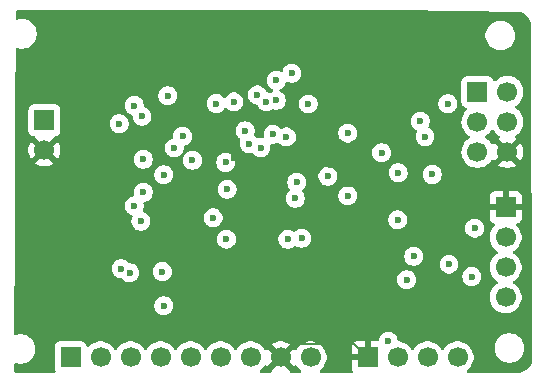
<source format=gbl>
%TF.GenerationSoftware,KiCad,Pcbnew,9.0.6*%
%TF.CreationDate,2025-12-29T02:05:30+05:30*%
%TF.ProjectId,DATA LOGGER,44415441-204c-44f4-9747-45522e6b6963,rev?*%
%TF.SameCoordinates,Original*%
%TF.FileFunction,Copper,L4,Bot*%
%TF.FilePolarity,Positive*%
%FSLAX46Y46*%
G04 Gerber Fmt 4.6, Leading zero omitted, Abs format (unit mm)*
G04 Created by KiCad (PCBNEW 9.0.6) date 2025-12-29 02:05:30*
%MOMM*%
%LPD*%
G01*
G04 APERTURE LIST*
%TA.AperFunction,ComponentPad*%
%ADD10C,1.700000*%
%TD*%
%TA.AperFunction,ComponentPad*%
%ADD11R,1.700000X1.700000*%
%TD*%
%TA.AperFunction,ViaPad*%
%ADD12C,0.600000*%
%TD*%
%TA.AperFunction,Conductor*%
%ADD13C,0.200000*%
%TD*%
G04 APERTURE END LIST*
D10*
%TO.P,J4,6,Pin_6*%
%TO.N,GND*%
X94750000Y-72005000D03*
%TO.P,J4,5,Pin_5*%
%TO.N,/RESET*%
X92210000Y-72005000D03*
%TO.P,J4,4,Pin_4*%
%TO.N,/MOSI*%
X94750000Y-69465000D03*
%TO.P,J4,3,Pin_3*%
%TO.N,/SCK*%
X92210000Y-69465000D03*
%TO.P,J4,2,Pin_2*%
%TO.N,/Vcc*%
X94750000Y-66925000D03*
D11*
%TO.P,J4,1,Pin_1*%
%TO.N,/MISO*%
X92210000Y-66925000D03*
%TD*%
D10*
%TO.P,J3,4,Pin_4*%
%TO.N,/TX*%
X94600000Y-84315000D03*
%TO.P,J3,3,Pin_3*%
%TO.N,/RX*%
X94600000Y-81775000D03*
%TO.P,J3,2,Pin_2*%
%TO.N,/Vcc*%
X94600000Y-79235000D03*
D11*
%TO.P,J3,1,Pin_1*%
%TO.N,GND*%
X94600000Y-76695000D03*
%TD*%
D10*
%TO.P,J2,9,Pin_9*%
%TO.N,/Vcc*%
X78085000Y-89400000D03*
%TO.P,J2,8,Pin_8*%
%TO.N,GND*%
X75545000Y-89400000D03*
%TO.P,J2,7,Pin_7*%
%TO.N,/D8*%
X73005000Y-89400000D03*
%TO.P,J2,6,Pin_6*%
%TO.N,/D7*%
X70465000Y-89400000D03*
%TO.P,J2,5,Pin_5*%
%TO.N,/D6*%
X67925000Y-89400000D03*
%TO.P,J2,4,Pin_4*%
%TO.N,/D5*%
X65385000Y-89400000D03*
%TO.P,J2,3,Pin_3*%
%TO.N,/D4*%
X62845000Y-89400000D03*
%TO.P,J2,2,Pin_2*%
%TO.N,/D3*%
X60305000Y-89400000D03*
D11*
%TO.P,J2,1,Pin_1*%
%TO.N,/D2*%
X57765000Y-89400000D03*
%TD*%
D10*
%TO.P,J1,4,Pin_4*%
%TO.N,/SCL*%
X90531000Y-89400000D03*
%TO.P,J1,3,Pin_3*%
%TO.N,/SDA*%
X87991000Y-89400000D03*
%TO.P,J1,2,Pin_2*%
%TO.N,/Vcc*%
X85451000Y-89400000D03*
D11*
%TO.P,J1,1,Pin_1*%
%TO.N,GND*%
X82911000Y-89400000D03*
%TD*%
%TO.P,BT1,1,+*%
%TO.N,/Vcc*%
X55550000Y-69325000D03*
D10*
%TO.P,BT1,2,-*%
%TO.N,GND*%
X55550000Y-71865000D03*
%TD*%
D12*
%TO.N,/SCK*%
X87774265Y-70704265D03*
X88390000Y-73920000D03*
X86810000Y-80845000D03*
X76780000Y-75940000D03*
%TO.N,/SDA*%
X74340000Y-67750000D03*
X76040000Y-70740000D03*
%TO.N,/SCK*%
X87378235Y-69403235D03*
%TO.N,/Vcc*%
X65540000Y-82140000D03*
X84660000Y-88020000D03*
%TO.N,GND*%
X82590000Y-77930000D03*
%TO.N,/Vcc*%
X76910091Y-74577611D03*
X70900000Y-72900000D03*
X91970000Y-78460000D03*
X85500000Y-73760000D03*
X81224265Y-70415735D03*
%TO.N,/RESET*%
X76490000Y-65350000D03*
X73570000Y-67180000D03*
%TO.N,GND*%
X73600000Y-62200000D03*
X60130000Y-66990000D03*
X71600000Y-72510000D03*
X76360000Y-72750000D03*
X79830000Y-73100000D03*
X81360000Y-74760000D03*
X85590000Y-66580000D03*
%TO.N,/D2*%
X70090000Y-67910000D03*
X65640000Y-85020000D03*
%TO.N,GND*%
X58700000Y-80380000D03*
X58340000Y-71360000D03*
X64000000Y-70420000D03*
%TO.N,/Vcc*%
X63810000Y-68990000D03*
X61880000Y-69610000D03*
%TO.N,Net-(U2-VCC)*%
X63160000Y-68080000D03*
%TO.N,Net-(U4-PB7)*%
X72870000Y-71310000D03*
X71590602Y-67777437D03*
%TO.N,/SDA*%
X65990000Y-67240000D03*
X66532677Y-71668795D03*
X63930000Y-72640000D03*
X63920000Y-75420000D03*
%TO.N,/SCL*%
X73870000Y-71640000D03*
X65650000Y-73940000D03*
%TO.N,/Vcc*%
X68085000Y-72715000D03*
X67240000Y-70680000D03*
%TO.N,Net-(U2-SQW{slash}~INT)*%
X63720000Y-77880000D03*
X62760000Y-82230000D03*
%TO.N,Net-(U2-VCC)*%
X63160000Y-76575000D03*
X62033630Y-81894752D03*
%TO.N,Net-(U4-AREF)*%
X79555000Y-74065000D03*
X81230000Y-75710000D03*
%TO.N,/SDA*%
X75175000Y-67630000D03*
X75180000Y-65950000D03*
%TO.N,/MOSI*%
X77320000Y-79310000D03*
X86210000Y-82830000D03*
%TO.N,/MISO*%
X84094000Y-72070000D03*
X89700000Y-67930000D03*
%TO.N,/SCL*%
X74900000Y-70520000D03*
X85460000Y-77760000D03*
%TO.N,/RX*%
X77897660Y-67949000D03*
X89804265Y-81505735D03*
%TO.N,/TX*%
X72558315Y-70219987D03*
X91720000Y-82560000D03*
%TO.N,Net-(U4-PB7)*%
X69830000Y-77590000D03*
X70960000Y-79390000D03*
%TO.N,Net-(U4-PB6)*%
X71020000Y-75180000D03*
X76160000Y-79400000D03*
%TD*%
D13*
%TO.N,GND*%
X81760000Y-88249000D02*
X82911000Y-89400000D01*
X76696000Y-88249000D02*
X81760000Y-88249000D01*
X75545000Y-89400000D02*
X76696000Y-88249000D01*
%TD*%
%TA.AperFunction,Conductor*%
%TO.N,GND*%
G36*
X75079075Y-89592993D02*
G01*
X75144901Y-89707007D01*
X75237993Y-89800099D01*
X75352007Y-89865925D01*
X75415591Y-89882962D01*
X74783282Y-90515270D01*
X74787266Y-90565892D01*
X74772902Y-90634269D01*
X74723850Y-90684026D01*
X74663650Y-90699621D01*
X73895449Y-90699635D01*
X73828409Y-90679952D01*
X73782654Y-90627149D01*
X73772709Y-90557990D01*
X73801733Y-90494434D01*
X73822559Y-90475318D01*
X73884792Y-90430104D01*
X74035104Y-90279792D01*
X74035106Y-90279788D01*
X74035109Y-90279786D01*
X74120890Y-90161717D01*
X74160051Y-90107816D01*
X74164793Y-90098508D01*
X74212763Y-90047711D01*
X74280583Y-90030911D01*
X74346719Y-90053445D01*
X74385763Y-90098500D01*
X74390373Y-90107547D01*
X74429728Y-90161716D01*
X75062037Y-89529408D01*
X75079075Y-89592993D01*
G37*
%TD.AperFunction*%
%TA.AperFunction,Conductor*%
G36*
X76660270Y-90161717D02*
G01*
X76660270Y-90161716D01*
X76699622Y-90107555D01*
X76704232Y-90098507D01*
X76752205Y-90047709D01*
X76820025Y-90030912D01*
X76886161Y-90053447D01*
X76925204Y-90098504D01*
X76929949Y-90107817D01*
X77054890Y-90279786D01*
X77054896Y-90279792D01*
X77205208Y-90430104D01*
X77267181Y-90475130D01*
X77267358Y-90475258D01*
X77310024Y-90530588D01*
X77316003Y-90600201D01*
X77283398Y-90661997D01*
X77222559Y-90696354D01*
X77194475Y-90699577D01*
X76426355Y-90699590D01*
X76359315Y-90679907D01*
X76313560Y-90627103D01*
X76302735Y-90565861D01*
X76306716Y-90515269D01*
X75674408Y-89882962D01*
X75737993Y-89865925D01*
X75852007Y-89800099D01*
X75945099Y-89707007D01*
X76010925Y-89592993D01*
X76027962Y-89529409D01*
X76660270Y-90161717D01*
G37*
%TD.AperFunction*%
%TA.AperFunction,Conductor*%
G36*
X93551444Y-70118999D02*
G01*
X93590484Y-70164054D01*
X93593367Y-70169711D01*
X93594951Y-70172820D01*
X93719890Y-70344786D01*
X93870213Y-70495109D01*
X94042179Y-70620048D01*
X94042181Y-70620049D01*
X94042184Y-70620051D01*
X94051493Y-70624794D01*
X94102290Y-70672766D01*
X94119087Y-70740587D01*
X94096552Y-70806722D01*
X94051505Y-70845760D01*
X94042446Y-70850376D01*
X94042440Y-70850380D01*
X93988282Y-70889727D01*
X93988282Y-70889728D01*
X94620591Y-71522037D01*
X94557007Y-71539075D01*
X94442993Y-71604901D01*
X94349901Y-71697993D01*
X94284075Y-71812007D01*
X94267037Y-71875591D01*
X93634728Y-71243282D01*
X93634727Y-71243282D01*
X93595380Y-71297440D01*
X93595376Y-71297446D01*
X93590760Y-71306505D01*
X93542781Y-71357297D01*
X93474959Y-71374087D01*
X93408826Y-71351543D01*
X93369794Y-71306493D01*
X93365051Y-71297184D01*
X93365049Y-71297181D01*
X93365048Y-71297179D01*
X93240109Y-71125213D01*
X93089786Y-70974890D01*
X92917820Y-70849951D01*
X92917115Y-70849591D01*
X92909054Y-70845485D01*
X92858259Y-70797512D01*
X92841463Y-70729692D01*
X92863999Y-70663556D01*
X92909054Y-70624515D01*
X92917816Y-70620051D01*
X93038256Y-70532547D01*
X93089786Y-70495109D01*
X93089788Y-70495106D01*
X93089792Y-70495104D01*
X93240104Y-70344792D01*
X93240106Y-70344788D01*
X93240109Y-70344786D01*
X93358209Y-70182233D01*
X93365051Y-70172816D01*
X93369514Y-70164054D01*
X93417488Y-70113259D01*
X93485308Y-70096463D01*
X93551444Y-70118999D01*
G37*
%TD.AperFunction*%
%TA.AperFunction,Conductor*%
G36*
X85489483Y-59994285D02*
G01*
X85491026Y-59994297D01*
X95845972Y-60157875D01*
X95857293Y-60160610D01*
X95865300Y-60159701D01*
X95898848Y-60170646D01*
X96030963Y-60235797D01*
X96045005Y-60243904D01*
X96227865Y-60366088D01*
X96240729Y-60375959D01*
X96406070Y-60520960D01*
X96417539Y-60532429D01*
X96562540Y-60697770D01*
X96572414Y-60710638D01*
X96694591Y-60893489D01*
X96702701Y-60907537D01*
X96756128Y-61015877D01*
X96768915Y-61070329D01*
X96858959Y-89659312D01*
X96855534Y-89688650D01*
X96822253Y-89827279D01*
X96816240Y-89845785D01*
X96746994Y-90012958D01*
X96738160Y-90030295D01*
X96643618Y-90184573D01*
X96632182Y-90200314D01*
X96514667Y-90337907D01*
X96500907Y-90351667D01*
X96363314Y-90469182D01*
X96347573Y-90480618D01*
X96193295Y-90575160D01*
X96175958Y-90583994D01*
X96008785Y-90653240D01*
X95990279Y-90659253D01*
X95837932Y-90695828D01*
X95808987Y-90699254D01*
X91421869Y-90699330D01*
X91354829Y-90679647D01*
X91309074Y-90626843D01*
X91299129Y-90557685D01*
X91328153Y-90494129D01*
X91348982Y-90475011D01*
X91410792Y-90430104D01*
X91561104Y-90279792D01*
X91561106Y-90279788D01*
X91561109Y-90279786D01*
X91686048Y-90107820D01*
X91686047Y-90107820D01*
X91686051Y-90107816D01*
X91782557Y-89918412D01*
X91848246Y-89716243D01*
X91881500Y-89506287D01*
X91881500Y-89293713D01*
X91848246Y-89083757D01*
X91782557Y-88881588D01*
X91686051Y-88692184D01*
X91604252Y-88579596D01*
X91604251Y-88579593D01*
X91561109Y-88520214D01*
X91561105Y-88520209D01*
X91552473Y-88511577D01*
X93659500Y-88511577D01*
X93659500Y-88708422D01*
X93690290Y-88902826D01*
X93751117Y-89090029D01*
X93810721Y-89207007D01*
X93840476Y-89265405D01*
X93956172Y-89424646D01*
X94095354Y-89563828D01*
X94254595Y-89679524D01*
X94308534Y-89707007D01*
X94429970Y-89768882D01*
X94429972Y-89768882D01*
X94429975Y-89768884D01*
X94526044Y-89800099D01*
X94617173Y-89829709D01*
X94811578Y-89860500D01*
X94811583Y-89860500D01*
X95008422Y-89860500D01*
X95202826Y-89829709D01*
X95210305Y-89827279D01*
X95390025Y-89768884D01*
X95565405Y-89679524D01*
X95724646Y-89563828D01*
X95863828Y-89424646D01*
X95979524Y-89265405D01*
X96068884Y-89090025D01*
X96129709Y-88902826D01*
X96150891Y-88769087D01*
X96160500Y-88708422D01*
X96160500Y-88511577D01*
X96129709Y-88317173D01*
X96074885Y-88148444D01*
X96068884Y-88129975D01*
X96068882Y-88129972D01*
X96068882Y-88129970D01*
X96004153Y-88002932D01*
X95979524Y-87954595D01*
X95863828Y-87795354D01*
X95724646Y-87656172D01*
X95565405Y-87540476D01*
X95390029Y-87451117D01*
X95202826Y-87390290D01*
X95008422Y-87359500D01*
X95008417Y-87359500D01*
X94811583Y-87359500D01*
X94811578Y-87359500D01*
X94617173Y-87390290D01*
X94429970Y-87451117D01*
X94254594Y-87540476D01*
X94163741Y-87606485D01*
X94095354Y-87656172D01*
X94095352Y-87656174D01*
X94095351Y-87656174D01*
X93956174Y-87795351D01*
X93956174Y-87795352D01*
X93956172Y-87795354D01*
X93906485Y-87863741D01*
X93840476Y-87954594D01*
X93751117Y-88129970D01*
X93690290Y-88317173D01*
X93659500Y-88511577D01*
X91552473Y-88511577D01*
X91410786Y-88369890D01*
X91238820Y-88244951D01*
X91049414Y-88148444D01*
X91049413Y-88148443D01*
X91049412Y-88148443D01*
X90847243Y-88082754D01*
X90847241Y-88082753D01*
X90847240Y-88082753D01*
X90685957Y-88057208D01*
X90637287Y-88049500D01*
X90424713Y-88049500D01*
X90376042Y-88057208D01*
X90214760Y-88082753D01*
X90012585Y-88148444D01*
X89823179Y-88244951D01*
X89651213Y-88369890D01*
X89500890Y-88520213D01*
X89375949Y-88692182D01*
X89371484Y-88700946D01*
X89323509Y-88751742D01*
X89255688Y-88768536D01*
X89189553Y-88745998D01*
X89150516Y-88700946D01*
X89146050Y-88692182D01*
X89021109Y-88520213D01*
X88870786Y-88369890D01*
X88698820Y-88244951D01*
X88509414Y-88148444D01*
X88509413Y-88148443D01*
X88509412Y-88148443D01*
X88307243Y-88082754D01*
X88307241Y-88082753D01*
X88307240Y-88082753D01*
X88145957Y-88057208D01*
X88097287Y-88049500D01*
X87884713Y-88049500D01*
X87836042Y-88057208D01*
X87674760Y-88082753D01*
X87472585Y-88148444D01*
X87283179Y-88244951D01*
X87111213Y-88369890D01*
X86960890Y-88520213D01*
X86835949Y-88692182D01*
X86831484Y-88700946D01*
X86783509Y-88751742D01*
X86715688Y-88768536D01*
X86649553Y-88745998D01*
X86610516Y-88700946D01*
X86606050Y-88692182D01*
X86481109Y-88520213D01*
X86330786Y-88369890D01*
X86158820Y-88244951D01*
X85969414Y-88148444D01*
X85969413Y-88148443D01*
X85969412Y-88148443D01*
X85767243Y-88082754D01*
X85767241Y-88082753D01*
X85767239Y-88082753D01*
X85564421Y-88050630D01*
X85501286Y-88020701D01*
X85464355Y-87961389D01*
X85461691Y-87947131D01*
X85461689Y-87947132D01*
X85441326Y-87844767D01*
X85429737Y-87786503D01*
X85429735Y-87786498D01*
X85369397Y-87640827D01*
X85369390Y-87640814D01*
X85281789Y-87509711D01*
X85281786Y-87509707D01*
X85170292Y-87398213D01*
X85170288Y-87398210D01*
X85039185Y-87310609D01*
X85039172Y-87310602D01*
X84893501Y-87250264D01*
X84893489Y-87250261D01*
X84738845Y-87219500D01*
X84738842Y-87219500D01*
X84581158Y-87219500D01*
X84581155Y-87219500D01*
X84426510Y-87250261D01*
X84426498Y-87250264D01*
X84280827Y-87310602D01*
X84280814Y-87310609D01*
X84149711Y-87398210D01*
X84149707Y-87398213D01*
X84038213Y-87509707D01*
X84038210Y-87509711D01*
X83950609Y-87640814D01*
X83950602Y-87640827D01*
X83890264Y-87786498D01*
X83890261Y-87786510D01*
X83858311Y-87947132D01*
X83856327Y-87946737D01*
X83833642Y-88002932D01*
X83776611Y-88043297D01*
X83736393Y-88050000D01*
X83161000Y-88050000D01*
X83161000Y-88966988D01*
X83103993Y-88934075D01*
X82976826Y-88900000D01*
X82845174Y-88900000D01*
X82718007Y-88934075D01*
X82661000Y-88966988D01*
X82661000Y-88050000D01*
X82013155Y-88050000D01*
X81953627Y-88056401D01*
X81953620Y-88056403D01*
X81818913Y-88106645D01*
X81818906Y-88106649D01*
X81703812Y-88192809D01*
X81703809Y-88192812D01*
X81617649Y-88307906D01*
X81617645Y-88307913D01*
X81567403Y-88442620D01*
X81567401Y-88442627D01*
X81561000Y-88502155D01*
X81561000Y-89150000D01*
X82477988Y-89150000D01*
X82445075Y-89207007D01*
X82411000Y-89334174D01*
X82411000Y-89465826D01*
X82445075Y-89592993D01*
X82477988Y-89650000D01*
X81561000Y-89650000D01*
X81561000Y-90297844D01*
X81567401Y-90357372D01*
X81567403Y-90357379D01*
X81617645Y-90492086D01*
X81617647Y-90492089D01*
X81624460Y-90501190D01*
X81648878Y-90566654D01*
X81634027Y-90634927D01*
X81584622Y-90684333D01*
X81525196Y-90699502D01*
X78975571Y-90699546D01*
X78908531Y-90679863D01*
X78862776Y-90627059D01*
X78852831Y-90557901D01*
X78881855Y-90494345D01*
X78902685Y-90475227D01*
X78964788Y-90430107D01*
X78964788Y-90430106D01*
X78964792Y-90430104D01*
X79115104Y-90279792D01*
X79115106Y-90279788D01*
X79115109Y-90279786D01*
X79240048Y-90107820D01*
X79240047Y-90107820D01*
X79240051Y-90107816D01*
X79336557Y-89918412D01*
X79402246Y-89716243D01*
X79435500Y-89506287D01*
X79435500Y-89293713D01*
X79402246Y-89083757D01*
X79336557Y-88881588D01*
X79240051Y-88692184D01*
X79240049Y-88692181D01*
X79240048Y-88692179D01*
X79152542Y-88571736D01*
X79115109Y-88520214D01*
X79115105Y-88520209D01*
X78964786Y-88369890D01*
X78792820Y-88244951D01*
X78603414Y-88148444D01*
X78603413Y-88148443D01*
X78603412Y-88148443D01*
X78401243Y-88082754D01*
X78401241Y-88082753D01*
X78401240Y-88082753D01*
X78239957Y-88057208D01*
X78191287Y-88049500D01*
X77978713Y-88049500D01*
X77930042Y-88057208D01*
X77768760Y-88082753D01*
X77566585Y-88148444D01*
X77377179Y-88244951D01*
X77205213Y-88369890D01*
X77054890Y-88520213D01*
X76929949Y-88692182D01*
X76925202Y-88701499D01*
X76877227Y-88752293D01*
X76809405Y-88769087D01*
X76743271Y-88746548D01*
X76704234Y-88701495D01*
X76699626Y-88692452D01*
X76660270Y-88638282D01*
X76660269Y-88638282D01*
X76027962Y-89270590D01*
X76010925Y-89207007D01*
X75945099Y-89092993D01*
X75852007Y-88999901D01*
X75737993Y-88934075D01*
X75674409Y-88917037D01*
X76306716Y-88284728D01*
X76252550Y-88245375D01*
X76063217Y-88148904D01*
X75861129Y-88083242D01*
X75651246Y-88050000D01*
X75438754Y-88050000D01*
X75228872Y-88083242D01*
X75228869Y-88083242D01*
X75026782Y-88148904D01*
X74837439Y-88245380D01*
X74783282Y-88284727D01*
X74783282Y-88284728D01*
X75415591Y-88917037D01*
X75352007Y-88934075D01*
X75237993Y-88999901D01*
X75144901Y-89092993D01*
X75079075Y-89207007D01*
X75062037Y-89270591D01*
X74429728Y-88638282D01*
X74429727Y-88638282D01*
X74390380Y-88692440D01*
X74390376Y-88692446D01*
X74385760Y-88701505D01*
X74337781Y-88752297D01*
X74269959Y-88769087D01*
X74203826Y-88746543D01*
X74164794Y-88701493D01*
X74160051Y-88692184D01*
X74160049Y-88692181D01*
X74160048Y-88692179D01*
X74035109Y-88520213D01*
X73884786Y-88369890D01*
X73712820Y-88244951D01*
X73523414Y-88148444D01*
X73523413Y-88148443D01*
X73523412Y-88148443D01*
X73321243Y-88082754D01*
X73321241Y-88082753D01*
X73321240Y-88082753D01*
X73159957Y-88057208D01*
X73111287Y-88049500D01*
X72898713Y-88049500D01*
X72850042Y-88057208D01*
X72688760Y-88082753D01*
X72486585Y-88148444D01*
X72297179Y-88244951D01*
X72125213Y-88369890D01*
X71974890Y-88520213D01*
X71849949Y-88692182D01*
X71845484Y-88700946D01*
X71797509Y-88751742D01*
X71729688Y-88768536D01*
X71663553Y-88745998D01*
X71624516Y-88700946D01*
X71620050Y-88692182D01*
X71495109Y-88520213D01*
X71344786Y-88369890D01*
X71172820Y-88244951D01*
X70983414Y-88148444D01*
X70983413Y-88148443D01*
X70983412Y-88148443D01*
X70781243Y-88082754D01*
X70781241Y-88082753D01*
X70781240Y-88082753D01*
X70619957Y-88057208D01*
X70571287Y-88049500D01*
X70358713Y-88049500D01*
X70310042Y-88057208D01*
X70148760Y-88082753D01*
X69946585Y-88148444D01*
X69757179Y-88244951D01*
X69585213Y-88369890D01*
X69434890Y-88520213D01*
X69309949Y-88692182D01*
X69305484Y-88700946D01*
X69257509Y-88751742D01*
X69189688Y-88768536D01*
X69123553Y-88745998D01*
X69084516Y-88700946D01*
X69080050Y-88692182D01*
X68955109Y-88520213D01*
X68804786Y-88369890D01*
X68632820Y-88244951D01*
X68443414Y-88148444D01*
X68443413Y-88148443D01*
X68443412Y-88148443D01*
X68241243Y-88082754D01*
X68241241Y-88082753D01*
X68241240Y-88082753D01*
X68079957Y-88057208D01*
X68031287Y-88049500D01*
X67818713Y-88049500D01*
X67770042Y-88057208D01*
X67608760Y-88082753D01*
X67406585Y-88148444D01*
X67217179Y-88244951D01*
X67045213Y-88369890D01*
X66894890Y-88520213D01*
X66769949Y-88692182D01*
X66765484Y-88700946D01*
X66717509Y-88751742D01*
X66649688Y-88768536D01*
X66583553Y-88745998D01*
X66544516Y-88700946D01*
X66540050Y-88692182D01*
X66415109Y-88520213D01*
X66264786Y-88369890D01*
X66092820Y-88244951D01*
X65903414Y-88148444D01*
X65903413Y-88148443D01*
X65903412Y-88148443D01*
X65701243Y-88082754D01*
X65701241Y-88082753D01*
X65701240Y-88082753D01*
X65539957Y-88057208D01*
X65491287Y-88049500D01*
X65278713Y-88049500D01*
X65230042Y-88057208D01*
X65068760Y-88082753D01*
X64866585Y-88148444D01*
X64677179Y-88244951D01*
X64505213Y-88369890D01*
X64354890Y-88520213D01*
X64229949Y-88692182D01*
X64225484Y-88700946D01*
X64177509Y-88751742D01*
X64109688Y-88768536D01*
X64043553Y-88745998D01*
X64004516Y-88700946D01*
X64000050Y-88692182D01*
X63875109Y-88520213D01*
X63724786Y-88369890D01*
X63552820Y-88244951D01*
X63363414Y-88148444D01*
X63363413Y-88148443D01*
X63363412Y-88148443D01*
X63161243Y-88082754D01*
X63161241Y-88082753D01*
X63161240Y-88082753D01*
X62999957Y-88057208D01*
X62951287Y-88049500D01*
X62738713Y-88049500D01*
X62690042Y-88057208D01*
X62528760Y-88082753D01*
X62326585Y-88148444D01*
X62137179Y-88244951D01*
X61965213Y-88369890D01*
X61814890Y-88520213D01*
X61689949Y-88692182D01*
X61685484Y-88700946D01*
X61637509Y-88751742D01*
X61569688Y-88768536D01*
X61503553Y-88745998D01*
X61464516Y-88700946D01*
X61460050Y-88692182D01*
X61335109Y-88520213D01*
X61184786Y-88369890D01*
X61012820Y-88244951D01*
X60823414Y-88148444D01*
X60823413Y-88148443D01*
X60823412Y-88148443D01*
X60621243Y-88082754D01*
X60621241Y-88082753D01*
X60621240Y-88082753D01*
X60459957Y-88057208D01*
X60411287Y-88049500D01*
X60198713Y-88049500D01*
X60150042Y-88057208D01*
X59988760Y-88082753D01*
X59786585Y-88148444D01*
X59597179Y-88244951D01*
X59425215Y-88369889D01*
X59311673Y-88483431D01*
X59250350Y-88516915D01*
X59180658Y-88511931D01*
X59124725Y-88470059D01*
X59107810Y-88439082D01*
X59058797Y-88307671D01*
X59058793Y-88307664D01*
X58972547Y-88192455D01*
X58972544Y-88192452D01*
X58857335Y-88106206D01*
X58857328Y-88106202D01*
X58722482Y-88055908D01*
X58722483Y-88055908D01*
X58662883Y-88049501D01*
X58662881Y-88049500D01*
X58662873Y-88049500D01*
X58662864Y-88049500D01*
X56867129Y-88049500D01*
X56867123Y-88049501D01*
X56807516Y-88055908D01*
X56672671Y-88106202D01*
X56672664Y-88106206D01*
X56557455Y-88192452D01*
X56557452Y-88192455D01*
X56471206Y-88307664D01*
X56471202Y-88307671D01*
X56420908Y-88442517D01*
X56414501Y-88502116D01*
X56414500Y-88502135D01*
X56414500Y-90297870D01*
X56414501Y-90297876D01*
X56420908Y-90357483D01*
X56471202Y-90492328D01*
X56475454Y-90500114D01*
X56473666Y-90501090D01*
X56494015Y-90555658D01*
X56479158Y-90623930D01*
X56429750Y-90673332D01*
X56370232Y-90688496D01*
X53114498Y-90685922D01*
X53047474Y-90666184D01*
X53001761Y-90613344D01*
X52990597Y-90561388D01*
X52992970Y-90010496D01*
X53012943Y-89943545D01*
X53065944Y-89898018D01*
X53135145Y-89888372D01*
X53155282Y-89893100D01*
X53203671Y-89908823D01*
X53237173Y-89919709D01*
X53431578Y-89950500D01*
X53431583Y-89950500D01*
X53628422Y-89950500D01*
X53822826Y-89919709D01*
X53826818Y-89918412D01*
X54010025Y-89858884D01*
X54185405Y-89769524D01*
X54344646Y-89653828D01*
X54483828Y-89514646D01*
X54599524Y-89355405D01*
X54688884Y-89180025D01*
X54749709Y-88992826D01*
X54759014Y-88934075D01*
X54780500Y-88798422D01*
X54780500Y-88601577D01*
X54749709Y-88407173D01*
X54699776Y-88253497D01*
X54688884Y-88219975D01*
X54688882Y-88219972D01*
X54688882Y-88219970D01*
X54627164Y-88098842D01*
X54599524Y-88044595D01*
X54483828Y-87885354D01*
X54344646Y-87746172D01*
X54185405Y-87630476D01*
X54010029Y-87541117D01*
X53822826Y-87480290D01*
X53628422Y-87449500D01*
X53628417Y-87449500D01*
X53431583Y-87449500D01*
X53431578Y-87449500D01*
X53237172Y-87480291D01*
X53237169Y-87480291D01*
X53166600Y-87503221D01*
X53096759Y-87505216D01*
X53036926Y-87469135D01*
X53006098Y-87406434D01*
X53004283Y-87384766D01*
X53014812Y-84941153D01*
X64839500Y-84941153D01*
X64839500Y-85098846D01*
X64870261Y-85253489D01*
X64870264Y-85253501D01*
X64930602Y-85399172D01*
X64930609Y-85399185D01*
X65018210Y-85530288D01*
X65018213Y-85530292D01*
X65129707Y-85641786D01*
X65129711Y-85641789D01*
X65260814Y-85729390D01*
X65260827Y-85729397D01*
X65406498Y-85789735D01*
X65406503Y-85789737D01*
X65561153Y-85820499D01*
X65561156Y-85820500D01*
X65561158Y-85820500D01*
X65718844Y-85820500D01*
X65718845Y-85820499D01*
X65873497Y-85789737D01*
X66019179Y-85729394D01*
X66150289Y-85641789D01*
X66261789Y-85530289D01*
X66349394Y-85399179D01*
X66409737Y-85253497D01*
X66440500Y-85098842D01*
X66440500Y-84941158D01*
X66440500Y-84941155D01*
X66440499Y-84941153D01*
X66409738Y-84786510D01*
X66409737Y-84786503D01*
X66409735Y-84786498D01*
X66349397Y-84640827D01*
X66349390Y-84640814D01*
X66261789Y-84509711D01*
X66261786Y-84509707D01*
X66150292Y-84398213D01*
X66150288Y-84398210D01*
X66019185Y-84310609D01*
X66019172Y-84310602D01*
X65873501Y-84250264D01*
X65873489Y-84250261D01*
X65718845Y-84219500D01*
X65718842Y-84219500D01*
X65561158Y-84219500D01*
X65561155Y-84219500D01*
X65406510Y-84250261D01*
X65406498Y-84250264D01*
X65260827Y-84310602D01*
X65260814Y-84310609D01*
X65129711Y-84398210D01*
X65129707Y-84398213D01*
X65018213Y-84509707D01*
X65018210Y-84509711D01*
X64930609Y-84640814D01*
X64930602Y-84640827D01*
X64870264Y-84786498D01*
X64870261Y-84786510D01*
X64839500Y-84941153D01*
X53014812Y-84941153D01*
X53028277Y-81815905D01*
X61233130Y-81815905D01*
X61233130Y-81973598D01*
X61263891Y-82128241D01*
X61263894Y-82128253D01*
X61324232Y-82273924D01*
X61324239Y-82273937D01*
X61411840Y-82405040D01*
X61411843Y-82405044D01*
X61523337Y-82516538D01*
X61523341Y-82516541D01*
X61654444Y-82604142D01*
X61654457Y-82604149D01*
X61776722Y-82654792D01*
X61800133Y-82664489D01*
X61954783Y-82695251D01*
X61954786Y-82695252D01*
X61954788Y-82695252D01*
X62042602Y-82695252D01*
X62109641Y-82714937D01*
X62133610Y-82736274D01*
X62133903Y-82735982D01*
X62249707Y-82851786D01*
X62249711Y-82851789D01*
X62380814Y-82939390D01*
X62380827Y-82939397D01*
X62484867Y-82982491D01*
X62526503Y-82999737D01*
X62681153Y-83030499D01*
X62681156Y-83030500D01*
X62681158Y-83030500D01*
X62838844Y-83030500D01*
X62838845Y-83030499D01*
X62993497Y-82999737D01*
X63139179Y-82939394D01*
X63270289Y-82851789D01*
X63381789Y-82740289D01*
X63469394Y-82609179D01*
X63471478Y-82604149D01*
X63506676Y-82519172D01*
X63529737Y-82463497D01*
X63560500Y-82308842D01*
X63560500Y-82151158D01*
X63560500Y-82151155D01*
X63560499Y-82151153D01*
X63546199Y-82079257D01*
X63542598Y-82061153D01*
X64739500Y-82061153D01*
X64739500Y-82218846D01*
X64770261Y-82373489D01*
X64770264Y-82373501D01*
X64830602Y-82519172D01*
X64830609Y-82519185D01*
X64918210Y-82650288D01*
X64918213Y-82650292D01*
X65029707Y-82761786D01*
X65029711Y-82761789D01*
X65160814Y-82849390D01*
X65160827Y-82849397D01*
X65304342Y-82908842D01*
X65306503Y-82909737D01*
X65408613Y-82930048D01*
X65461153Y-82940499D01*
X65461156Y-82940500D01*
X65461158Y-82940500D01*
X65618844Y-82940500D01*
X65618845Y-82940499D01*
X65773497Y-82909737D01*
X65919179Y-82849394D01*
X66050289Y-82761789D01*
X66060925Y-82751153D01*
X85409500Y-82751153D01*
X85409500Y-82908846D01*
X85440261Y-83063489D01*
X85440264Y-83063501D01*
X85500602Y-83209172D01*
X85500609Y-83209185D01*
X85588210Y-83340288D01*
X85588213Y-83340292D01*
X85699707Y-83451786D01*
X85699711Y-83451789D01*
X85830814Y-83539390D01*
X85830827Y-83539397D01*
X85976498Y-83599735D01*
X85976503Y-83599737D01*
X86131153Y-83630499D01*
X86131156Y-83630500D01*
X86131158Y-83630500D01*
X86288844Y-83630500D01*
X86288845Y-83630499D01*
X86443497Y-83599737D01*
X86589179Y-83539394D01*
X86720289Y-83451789D01*
X86831789Y-83340289D01*
X86919394Y-83209179D01*
X86979737Y-83063497D01*
X87010500Y-82908842D01*
X87010500Y-82751158D01*
X87010500Y-82751155D01*
X87010499Y-82751153D01*
X87003295Y-82714937D01*
X86979737Y-82596503D01*
X86946615Y-82516538D01*
X86931958Y-82481153D01*
X90919500Y-82481153D01*
X90919500Y-82638846D01*
X90950261Y-82793489D01*
X90950264Y-82793501D01*
X91010602Y-82939172D01*
X91010609Y-82939185D01*
X91098210Y-83070288D01*
X91098213Y-83070292D01*
X91209707Y-83181786D01*
X91209711Y-83181789D01*
X91340814Y-83269390D01*
X91340827Y-83269397D01*
X91486498Y-83329735D01*
X91486503Y-83329737D01*
X91641153Y-83360499D01*
X91641156Y-83360500D01*
X91641158Y-83360500D01*
X91798844Y-83360500D01*
X91798845Y-83360499D01*
X91953497Y-83329737D01*
X92099179Y-83269394D01*
X92230289Y-83181789D01*
X92341789Y-83070289D01*
X92429394Y-82939179D01*
X92431326Y-82934516D01*
X92465593Y-82851786D01*
X92489737Y-82793497D01*
X92520500Y-82638842D01*
X92520500Y-82481158D01*
X92520500Y-82481155D01*
X92520499Y-82481153D01*
X92514467Y-82450827D01*
X92489737Y-82326503D01*
X92482423Y-82308846D01*
X92429397Y-82180827D01*
X92429390Y-82180814D01*
X92341789Y-82049711D01*
X92341786Y-82049707D01*
X92230292Y-81938213D01*
X92230288Y-81938210D01*
X92099185Y-81850609D01*
X92099172Y-81850602D01*
X91953501Y-81790264D01*
X91953489Y-81790261D01*
X91798845Y-81759500D01*
X91798842Y-81759500D01*
X91641158Y-81759500D01*
X91641155Y-81759500D01*
X91486510Y-81790261D01*
X91486498Y-81790264D01*
X91340827Y-81850602D01*
X91340814Y-81850609D01*
X91209711Y-81938210D01*
X91209707Y-81938213D01*
X91098213Y-82049707D01*
X91098210Y-82049711D01*
X91010609Y-82180814D01*
X91010602Y-82180827D01*
X90950264Y-82326498D01*
X90950261Y-82326510D01*
X90919500Y-82481153D01*
X86931958Y-82481153D01*
X86919397Y-82450827D01*
X86919390Y-82450814D01*
X86831789Y-82319711D01*
X86831786Y-82319707D01*
X86720292Y-82208213D01*
X86720288Y-82208210D01*
X86589185Y-82120609D01*
X86589172Y-82120602D01*
X86443501Y-82060264D01*
X86443489Y-82060261D01*
X86288845Y-82029500D01*
X86288842Y-82029500D01*
X86131158Y-82029500D01*
X86131155Y-82029500D01*
X85976510Y-82060261D01*
X85976498Y-82060264D01*
X85830827Y-82120602D01*
X85830814Y-82120609D01*
X85699711Y-82208210D01*
X85699707Y-82208213D01*
X85588213Y-82319707D01*
X85588210Y-82319711D01*
X85500609Y-82450814D01*
X85500602Y-82450827D01*
X85440264Y-82596498D01*
X85440261Y-82596510D01*
X85409500Y-82751153D01*
X66060925Y-82751153D01*
X66097141Y-82714937D01*
X66154694Y-82657385D01*
X66161786Y-82650292D01*
X66161789Y-82650289D01*
X66249394Y-82519179D01*
X66309737Y-82373497D01*
X66340500Y-82218842D01*
X66340500Y-82061158D01*
X66340500Y-82061155D01*
X66340499Y-82061153D01*
X66323082Y-81973594D01*
X66309737Y-81906503D01*
X66299292Y-81881286D01*
X66249397Y-81760827D01*
X66249390Y-81760814D01*
X66161789Y-81629711D01*
X66161786Y-81629707D01*
X66050292Y-81518213D01*
X66050288Y-81518210D01*
X65919185Y-81430609D01*
X65919172Y-81430602D01*
X65773501Y-81370264D01*
X65773489Y-81370261D01*
X65618845Y-81339500D01*
X65618842Y-81339500D01*
X65461158Y-81339500D01*
X65461155Y-81339500D01*
X65306510Y-81370261D01*
X65306498Y-81370264D01*
X65160827Y-81430602D01*
X65160814Y-81430609D01*
X65029711Y-81518210D01*
X65029707Y-81518213D01*
X64918213Y-81629707D01*
X64918210Y-81629711D01*
X64830609Y-81760814D01*
X64830602Y-81760827D01*
X64770264Y-81906498D01*
X64770261Y-81906510D01*
X64739500Y-82061153D01*
X63542598Y-82061153D01*
X63529738Y-81996508D01*
X63529737Y-81996507D01*
X63529737Y-81996503D01*
X63505592Y-81938211D01*
X63469397Y-81850827D01*
X63469390Y-81850814D01*
X63381789Y-81719711D01*
X63381786Y-81719707D01*
X63270292Y-81608213D01*
X63270288Y-81608210D01*
X63139185Y-81520609D01*
X63139172Y-81520602D01*
X62993501Y-81460264D01*
X62993489Y-81460261D01*
X62838845Y-81429500D01*
X62838842Y-81429500D01*
X62751028Y-81429500D01*
X62683989Y-81409815D01*
X62660019Y-81388477D01*
X62659727Y-81388770D01*
X62543922Y-81272965D01*
X62543918Y-81272962D01*
X62412815Y-81185361D01*
X62412802Y-81185354D01*
X62267131Y-81125016D01*
X62267119Y-81125013D01*
X62112475Y-81094252D01*
X62112472Y-81094252D01*
X61954788Y-81094252D01*
X61954785Y-81094252D01*
X61800140Y-81125013D01*
X61800128Y-81125016D01*
X61654457Y-81185354D01*
X61654444Y-81185361D01*
X61523341Y-81272962D01*
X61523337Y-81272965D01*
X61411843Y-81384459D01*
X61411840Y-81384463D01*
X61324239Y-81515566D01*
X61324232Y-81515579D01*
X61263894Y-81661250D01*
X61263891Y-81661262D01*
X61233130Y-81815905D01*
X53028277Y-81815905D01*
X53032800Y-80766153D01*
X86009500Y-80766153D01*
X86009500Y-80923846D01*
X86040261Y-81078489D01*
X86040264Y-81078501D01*
X86100602Y-81224172D01*
X86100609Y-81224185D01*
X86188210Y-81355288D01*
X86188213Y-81355292D01*
X86299707Y-81466786D01*
X86299711Y-81466789D01*
X86430814Y-81554390D01*
X86430827Y-81554397D01*
X86576498Y-81614735D01*
X86576503Y-81614737D01*
X86731153Y-81645499D01*
X86731156Y-81645500D01*
X86731158Y-81645500D01*
X86888844Y-81645500D01*
X86888845Y-81645499D01*
X87043497Y-81614737D01*
X87189179Y-81554394D01*
X87320289Y-81466789D01*
X87360190Y-81426888D01*
X89003765Y-81426888D01*
X89003765Y-81584581D01*
X89034526Y-81739224D01*
X89034529Y-81739236D01*
X89094867Y-81884907D01*
X89094874Y-81884920D01*
X89182475Y-82016023D01*
X89182478Y-82016027D01*
X89293972Y-82127521D01*
X89293976Y-82127524D01*
X89425079Y-82215125D01*
X89425092Y-82215132D01*
X89567062Y-82273937D01*
X89570768Y-82275472D01*
X89725418Y-82306234D01*
X89725421Y-82306235D01*
X89725423Y-82306235D01*
X89883109Y-82306235D01*
X89883110Y-82306234D01*
X90037762Y-82275472D01*
X90183444Y-82215129D01*
X90314554Y-82127524D01*
X90426054Y-82016024D01*
X90513659Y-81884914D01*
X90574002Y-81739232D01*
X90604765Y-81584577D01*
X90604765Y-81426893D01*
X90604765Y-81426890D01*
X90604764Y-81426888D01*
X90597182Y-81388770D01*
X90574002Y-81272238D01*
X90554098Y-81224185D01*
X90513662Y-81126562D01*
X90513655Y-81126549D01*
X90426054Y-80995446D01*
X90426051Y-80995442D01*
X90314557Y-80883948D01*
X90314553Y-80883945D01*
X90183450Y-80796344D01*
X90183437Y-80796337D01*
X90037766Y-80735999D01*
X90037754Y-80735996D01*
X89883110Y-80705235D01*
X89883107Y-80705235D01*
X89725423Y-80705235D01*
X89725420Y-80705235D01*
X89570775Y-80735996D01*
X89570763Y-80735999D01*
X89425092Y-80796337D01*
X89425079Y-80796344D01*
X89293976Y-80883945D01*
X89293972Y-80883948D01*
X89182478Y-80995442D01*
X89182475Y-80995446D01*
X89094874Y-81126549D01*
X89094867Y-81126562D01*
X89034529Y-81272233D01*
X89034526Y-81272245D01*
X89003765Y-81426888D01*
X87360190Y-81426888D01*
X87431789Y-81355289D01*
X87519394Y-81224179D01*
X87579737Y-81078497D01*
X87610500Y-80923842D01*
X87610500Y-80766158D01*
X87610500Y-80766155D01*
X87610499Y-80766153D01*
X87606271Y-80744896D01*
X87579737Y-80611503D01*
X87579735Y-80611498D01*
X87519397Y-80465827D01*
X87519390Y-80465814D01*
X87431789Y-80334711D01*
X87431786Y-80334707D01*
X87320292Y-80223213D01*
X87320288Y-80223210D01*
X87189185Y-80135609D01*
X87189172Y-80135602D01*
X87043501Y-80075264D01*
X87043489Y-80075261D01*
X86888845Y-80044500D01*
X86888842Y-80044500D01*
X86731158Y-80044500D01*
X86731155Y-80044500D01*
X86576510Y-80075261D01*
X86576498Y-80075264D01*
X86430827Y-80135602D01*
X86430814Y-80135609D01*
X86299711Y-80223210D01*
X86299707Y-80223213D01*
X86188213Y-80334707D01*
X86188210Y-80334711D01*
X86100609Y-80465814D01*
X86100602Y-80465827D01*
X86040264Y-80611498D01*
X86040261Y-80611510D01*
X86009500Y-80766153D01*
X53032800Y-80766153D01*
X53039069Y-79311153D01*
X70159500Y-79311153D01*
X70159500Y-79468846D01*
X70190261Y-79623489D01*
X70190264Y-79623501D01*
X70250602Y-79769172D01*
X70250609Y-79769185D01*
X70338210Y-79900288D01*
X70338213Y-79900292D01*
X70449707Y-80011786D01*
X70449711Y-80011789D01*
X70580814Y-80099390D01*
X70580827Y-80099397D01*
X70668245Y-80135606D01*
X70726503Y-80159737D01*
X70881153Y-80190499D01*
X70881156Y-80190500D01*
X70881158Y-80190500D01*
X71038844Y-80190500D01*
X71038845Y-80190499D01*
X71193497Y-80159737D01*
X71312369Y-80110499D01*
X71339172Y-80099397D01*
X71339172Y-80099396D01*
X71339179Y-80099394D01*
X71470289Y-80011789D01*
X71581789Y-79900289D01*
X71669394Y-79769179D01*
X71729737Y-79623497D01*
X71760500Y-79468842D01*
X71760500Y-79321153D01*
X75359500Y-79321153D01*
X75359500Y-79478846D01*
X75390261Y-79633489D01*
X75390264Y-79633501D01*
X75450602Y-79779172D01*
X75450609Y-79779185D01*
X75538210Y-79910288D01*
X75538213Y-79910292D01*
X75649707Y-80021786D01*
X75649711Y-80021789D01*
X75780814Y-80109390D01*
X75780827Y-80109397D01*
X75902363Y-80159738D01*
X75926503Y-80169737D01*
X76081153Y-80200499D01*
X76081156Y-80200500D01*
X76081158Y-80200500D01*
X76238844Y-80200500D01*
X76238845Y-80200499D01*
X76393497Y-80169737D01*
X76526147Y-80114792D01*
X76539172Y-80109397D01*
X76539172Y-80109396D01*
X76539179Y-80109394D01*
X76670289Y-80021789D01*
X76708125Y-79983953D01*
X76769447Y-79950467D01*
X76839139Y-79955451D01*
X76864698Y-79968531D01*
X76940814Y-80019390D01*
X76940827Y-80019397D01*
X77075704Y-80075264D01*
X77086503Y-80079737D01*
X77235578Y-80109390D01*
X77241153Y-80110499D01*
X77241156Y-80110500D01*
X77241158Y-80110500D01*
X77398844Y-80110500D01*
X77398845Y-80110499D01*
X77553497Y-80079737D01*
X77699179Y-80019394D01*
X77830289Y-79931789D01*
X77941789Y-79820289D01*
X78029394Y-79689179D01*
X78089737Y-79543497D01*
X78120500Y-79388842D01*
X78120500Y-79231158D01*
X78120500Y-79231155D01*
X78120499Y-79231153D01*
X78108213Y-79169390D01*
X78089737Y-79076503D01*
X78073027Y-79036160D01*
X78029397Y-78930827D01*
X78029390Y-78930814D01*
X77941789Y-78799711D01*
X77941786Y-78799707D01*
X77830292Y-78688213D01*
X77830288Y-78688210D01*
X77699185Y-78600609D01*
X77699172Y-78600602D01*
X77553501Y-78540264D01*
X77553489Y-78540261D01*
X77398845Y-78509500D01*
X77398842Y-78509500D01*
X77241158Y-78509500D01*
X77241155Y-78509500D01*
X77086510Y-78540261D01*
X77086498Y-78540264D01*
X76940827Y-78600602D01*
X76940814Y-78600609D01*
X76809711Y-78688210D01*
X76809706Y-78688214D01*
X76771872Y-78726048D01*
X76710549Y-78759533D01*
X76640857Y-78754547D01*
X76615302Y-78741468D01*
X76539190Y-78690612D01*
X76539172Y-78690602D01*
X76393501Y-78630264D01*
X76393489Y-78630261D01*
X76238845Y-78599500D01*
X76238842Y-78599500D01*
X76081158Y-78599500D01*
X76081155Y-78599500D01*
X75926510Y-78630261D01*
X75926498Y-78630264D01*
X75780827Y-78690602D01*
X75780814Y-78690609D01*
X75649711Y-78778210D01*
X75649707Y-78778213D01*
X75538213Y-78889707D01*
X75538210Y-78889711D01*
X75450609Y-79020814D01*
X75450602Y-79020827D01*
X75390264Y-79166498D01*
X75390261Y-79166510D01*
X75359500Y-79321153D01*
X71760500Y-79321153D01*
X71760500Y-79311158D01*
X71760500Y-79311155D01*
X71760499Y-79311153D01*
X71744304Y-79229735D01*
X71729737Y-79156503D01*
X71698790Y-79081789D01*
X71669397Y-79010827D01*
X71669390Y-79010814D01*
X71581789Y-78879711D01*
X71581786Y-78879707D01*
X71470292Y-78768213D01*
X71470288Y-78768210D01*
X71339185Y-78680609D01*
X71339172Y-78680602D01*
X71193501Y-78620264D01*
X71193489Y-78620261D01*
X71038845Y-78589500D01*
X71038842Y-78589500D01*
X70881158Y-78589500D01*
X70881155Y-78589500D01*
X70726510Y-78620261D01*
X70726498Y-78620264D01*
X70580827Y-78680602D01*
X70580814Y-78680609D01*
X70449711Y-78768210D01*
X70449707Y-78768213D01*
X70338213Y-78879707D01*
X70338210Y-78879711D01*
X70250609Y-79010814D01*
X70250602Y-79010827D01*
X70190264Y-79156498D01*
X70190261Y-79156510D01*
X70159500Y-79311153D01*
X53039069Y-79311153D01*
X53051197Y-76496153D01*
X62359500Y-76496153D01*
X62359500Y-76653846D01*
X62390261Y-76808489D01*
X62390264Y-76808501D01*
X62450602Y-76954172D01*
X62450609Y-76954185D01*
X62538210Y-77085288D01*
X62538213Y-77085292D01*
X62649707Y-77196786D01*
X62649711Y-77196789D01*
X62780814Y-77284390D01*
X62780827Y-77284397D01*
X62902695Y-77334875D01*
X62926503Y-77344737D01*
X62926511Y-77344738D01*
X62927731Y-77345109D01*
X62928298Y-77345481D01*
X62932130Y-77347068D01*
X62931829Y-77347794D01*
X62986170Y-77383407D01*
X63014626Y-77447219D01*
X63006297Y-77511222D01*
X62950264Y-77646498D01*
X62950261Y-77646510D01*
X62919500Y-77801153D01*
X62919500Y-77958846D01*
X62950261Y-78113489D01*
X62950264Y-78113501D01*
X63010602Y-78259172D01*
X63010609Y-78259185D01*
X63098210Y-78390288D01*
X63098213Y-78390292D01*
X63209707Y-78501786D01*
X63209711Y-78501789D01*
X63340814Y-78589390D01*
X63340827Y-78589397D01*
X63486498Y-78649735D01*
X63486503Y-78649737D01*
X63641153Y-78680499D01*
X63641156Y-78680500D01*
X63641158Y-78680500D01*
X63798844Y-78680500D01*
X63798845Y-78680499D01*
X63953497Y-78649737D01*
X64099179Y-78589394D01*
X64230289Y-78501789D01*
X64341789Y-78390289D01*
X64429394Y-78259179D01*
X64489737Y-78113497D01*
X64520500Y-77958842D01*
X64520500Y-77801158D01*
X64520500Y-77801155D01*
X64520499Y-77801153D01*
X64510445Y-77750609D01*
X64489737Y-77646503D01*
X64467504Y-77592827D01*
X64450808Y-77552518D01*
X64433674Y-77511153D01*
X69029500Y-77511153D01*
X69029500Y-77668846D01*
X69060261Y-77823489D01*
X69060264Y-77823501D01*
X69120602Y-77969172D01*
X69120609Y-77969185D01*
X69208210Y-78100288D01*
X69208213Y-78100292D01*
X69319707Y-78211786D01*
X69319711Y-78211789D01*
X69450814Y-78299390D01*
X69450827Y-78299397D01*
X69585569Y-78355208D01*
X69596503Y-78359737D01*
X69750092Y-78390288D01*
X69751153Y-78390499D01*
X69751156Y-78390500D01*
X69751158Y-78390500D01*
X69908844Y-78390500D01*
X69908845Y-78390499D01*
X70063497Y-78359737D01*
X70209179Y-78299394D01*
X70340289Y-78211789D01*
X70451789Y-78100289D01*
X70539394Y-77969179D01*
X70599737Y-77823497D01*
X70628051Y-77681153D01*
X84659500Y-77681153D01*
X84659500Y-77838846D01*
X84690261Y-77993489D01*
X84690264Y-77993501D01*
X84750602Y-78139172D01*
X84750609Y-78139185D01*
X84838210Y-78270288D01*
X84838213Y-78270292D01*
X84949707Y-78381786D01*
X84949711Y-78381789D01*
X85080814Y-78469390D01*
X85080827Y-78469397D01*
X85177646Y-78509500D01*
X85226503Y-78529737D01*
X85381153Y-78560499D01*
X85381156Y-78560500D01*
X85381158Y-78560500D01*
X85538844Y-78560500D01*
X85538845Y-78560499D01*
X85693497Y-78529737D01*
X85839179Y-78469394D01*
X85970289Y-78381789D01*
X85970925Y-78381153D01*
X91169500Y-78381153D01*
X91169500Y-78538846D01*
X91200261Y-78693489D01*
X91200264Y-78693501D01*
X91260602Y-78839172D01*
X91260609Y-78839185D01*
X91348210Y-78970288D01*
X91348213Y-78970292D01*
X91459707Y-79081786D01*
X91459711Y-79081789D01*
X91590814Y-79169390D01*
X91590827Y-79169397D01*
X91736498Y-79229735D01*
X91736503Y-79229737D01*
X91891153Y-79260499D01*
X91891156Y-79260500D01*
X91891158Y-79260500D01*
X92048844Y-79260500D01*
X92048845Y-79260499D01*
X92203497Y-79229737D01*
X92349179Y-79169394D01*
X92410062Y-79128713D01*
X93249500Y-79128713D01*
X93249500Y-79341286D01*
X93281527Y-79543501D01*
X93282754Y-79551243D01*
X93327574Y-79689185D01*
X93348444Y-79753414D01*
X93444951Y-79942820D01*
X93569890Y-80114786D01*
X93720213Y-80265109D01*
X93892182Y-80390050D01*
X93900946Y-80394516D01*
X93951742Y-80442491D01*
X93968536Y-80510312D01*
X93945998Y-80576447D01*
X93900946Y-80615484D01*
X93892182Y-80619949D01*
X93720213Y-80744890D01*
X93569890Y-80895213D01*
X93444951Y-81067179D01*
X93348444Y-81256585D01*
X93282753Y-81458760D01*
X93259082Y-81608213D01*
X93249500Y-81668713D01*
X93249500Y-81881287D01*
X93253493Y-81906498D01*
X93280855Y-82079257D01*
X93282754Y-82091243D01*
X93342614Y-82275473D01*
X93348444Y-82293414D01*
X93444951Y-82482820D01*
X93569890Y-82654786D01*
X93720213Y-82805109D01*
X93892182Y-82930050D01*
X93900946Y-82934516D01*
X93951742Y-82982491D01*
X93968536Y-83050312D01*
X93945998Y-83116447D01*
X93900946Y-83155484D01*
X93892182Y-83159949D01*
X93720213Y-83284890D01*
X93569890Y-83435213D01*
X93444951Y-83607179D01*
X93348444Y-83796585D01*
X93282753Y-83998760D01*
X93249500Y-84208713D01*
X93249500Y-84421287D01*
X93282754Y-84631243D01*
X93333201Y-84786503D01*
X93348444Y-84833414D01*
X93444951Y-85022820D01*
X93569890Y-85194786D01*
X93720213Y-85345109D01*
X93892179Y-85470048D01*
X93892181Y-85470049D01*
X93892184Y-85470051D01*
X94081588Y-85566557D01*
X94283757Y-85632246D01*
X94493713Y-85665500D01*
X94493714Y-85665500D01*
X94706286Y-85665500D01*
X94706287Y-85665500D01*
X94916243Y-85632246D01*
X95118412Y-85566557D01*
X95307816Y-85470051D01*
X95329789Y-85454086D01*
X95479786Y-85345109D01*
X95479788Y-85345106D01*
X95479792Y-85345104D01*
X95630104Y-85194792D01*
X95630106Y-85194788D01*
X95630109Y-85194786D01*
X95755048Y-85022820D01*
X95755047Y-85022820D01*
X95755051Y-85022816D01*
X95851557Y-84833412D01*
X95917246Y-84631243D01*
X95950500Y-84421287D01*
X95950500Y-84208713D01*
X95917246Y-83998757D01*
X95851557Y-83796588D01*
X95755051Y-83607184D01*
X95755049Y-83607181D01*
X95755048Y-83607179D01*
X95630109Y-83435213D01*
X95479786Y-83284890D01*
X95307820Y-83159951D01*
X95307115Y-83159591D01*
X95299054Y-83155485D01*
X95248259Y-83107512D01*
X95231463Y-83039692D01*
X95253999Y-82973556D01*
X95299054Y-82934515D01*
X95307816Y-82930051D01*
X95337008Y-82908842D01*
X95479786Y-82805109D01*
X95479788Y-82805106D01*
X95479792Y-82805104D01*
X95630104Y-82654792D01*
X95630106Y-82654788D01*
X95630109Y-82654786D01*
X95755048Y-82482820D01*
X95755047Y-82482820D01*
X95755051Y-82482816D01*
X95851557Y-82293412D01*
X95917246Y-82091243D01*
X95950500Y-81881287D01*
X95950500Y-81668713D01*
X95917246Y-81458757D01*
X95851557Y-81256588D01*
X95755051Y-81067184D01*
X95755049Y-81067181D01*
X95755048Y-81067179D01*
X95630109Y-80895213D01*
X95479786Y-80744890D01*
X95307820Y-80619951D01*
X95307115Y-80619591D01*
X95299054Y-80615485D01*
X95248259Y-80567512D01*
X95231463Y-80499692D01*
X95253999Y-80433556D01*
X95299054Y-80394515D01*
X95307816Y-80390051D01*
X95383991Y-80334707D01*
X95479786Y-80265109D01*
X95479788Y-80265106D01*
X95479792Y-80265104D01*
X95630104Y-80114792D01*
X95630106Y-80114788D01*
X95630109Y-80114786D01*
X95755048Y-79942820D01*
X95755047Y-79942820D01*
X95755051Y-79942816D01*
X95851557Y-79753412D01*
X95917246Y-79551243D01*
X95950500Y-79341287D01*
X95950500Y-79128713D01*
X95917246Y-78918757D01*
X95851557Y-78716588D01*
X95755051Y-78527184D01*
X95755049Y-78527181D01*
X95755048Y-78527179D01*
X95630109Y-78355213D01*
X95516181Y-78241285D01*
X95482696Y-78179962D01*
X95487680Y-78110270D01*
X95529552Y-78054337D01*
X95560529Y-78037422D01*
X95692086Y-77988354D01*
X95692093Y-77988350D01*
X95807187Y-77902190D01*
X95807190Y-77902187D01*
X95893350Y-77787093D01*
X95893354Y-77787086D01*
X95943596Y-77652379D01*
X95943598Y-77652372D01*
X95949999Y-77592844D01*
X95950000Y-77592827D01*
X95950000Y-76945000D01*
X95033012Y-76945000D01*
X95065925Y-76887993D01*
X95100000Y-76760826D01*
X95100000Y-76629174D01*
X95065925Y-76502007D01*
X95033012Y-76445000D01*
X95950000Y-76445000D01*
X95950000Y-75797172D01*
X95949999Y-75797155D01*
X95943598Y-75737627D01*
X95943596Y-75737620D01*
X95893354Y-75602913D01*
X95893350Y-75602906D01*
X95807190Y-75487812D01*
X95807187Y-75487809D01*
X95692093Y-75401649D01*
X95692086Y-75401645D01*
X95557379Y-75351403D01*
X95557372Y-75351401D01*
X95497844Y-75345000D01*
X94850000Y-75345000D01*
X94850000Y-76261988D01*
X94792993Y-76229075D01*
X94665826Y-76195000D01*
X94534174Y-76195000D01*
X94407007Y-76229075D01*
X94350000Y-76261988D01*
X94350000Y-75345000D01*
X93702155Y-75345000D01*
X93642627Y-75351401D01*
X93642620Y-75351403D01*
X93507913Y-75401645D01*
X93507906Y-75401649D01*
X93392812Y-75487809D01*
X93392809Y-75487812D01*
X93306649Y-75602906D01*
X93306645Y-75602913D01*
X93256403Y-75737620D01*
X93256401Y-75737627D01*
X93250000Y-75797155D01*
X93250000Y-76445000D01*
X94166988Y-76445000D01*
X94134075Y-76502007D01*
X94100000Y-76629174D01*
X94100000Y-76760826D01*
X94134075Y-76887993D01*
X94166988Y-76945000D01*
X93250000Y-76945000D01*
X93250000Y-77592844D01*
X93256401Y-77652372D01*
X93256403Y-77652379D01*
X93306645Y-77787086D01*
X93306649Y-77787093D01*
X93392809Y-77902187D01*
X93392812Y-77902190D01*
X93507906Y-77988350D01*
X93507913Y-77988354D01*
X93639470Y-78037422D01*
X93695404Y-78079293D01*
X93719821Y-78144758D01*
X93704969Y-78213031D01*
X93683819Y-78241285D01*
X93569889Y-78355215D01*
X93444951Y-78527179D01*
X93348444Y-78716585D01*
X93282753Y-78918760D01*
X93249500Y-79128713D01*
X92410062Y-79128713D01*
X92480289Y-79081789D01*
X92485580Y-79076498D01*
X92525919Y-79036160D01*
X92591786Y-78970292D01*
X92591789Y-78970289D01*
X92679394Y-78839179D01*
X92739737Y-78693497D01*
X92770500Y-78538842D01*
X92770500Y-78381158D01*
X92770500Y-78381155D01*
X92770499Y-78381153D01*
X92765338Y-78355208D01*
X92739737Y-78226503D01*
X92720459Y-78179962D01*
X92679397Y-78080827D01*
X92679390Y-78080814D01*
X92591789Y-77949711D01*
X92591786Y-77949707D01*
X92480292Y-77838213D01*
X92480288Y-77838210D01*
X92349185Y-77750609D01*
X92349172Y-77750602D01*
X92203501Y-77690264D01*
X92203489Y-77690261D01*
X92048845Y-77659500D01*
X92048842Y-77659500D01*
X91891158Y-77659500D01*
X91891155Y-77659500D01*
X91736510Y-77690261D01*
X91736498Y-77690264D01*
X91590827Y-77750602D01*
X91590814Y-77750609D01*
X91459711Y-77838210D01*
X91459707Y-77838213D01*
X91348213Y-77949707D01*
X91348210Y-77949711D01*
X91260609Y-78080814D01*
X91260602Y-78080827D01*
X91200264Y-78226498D01*
X91200261Y-78226510D01*
X91169500Y-78381153D01*
X85970925Y-78381153D01*
X85996870Y-78355208D01*
X86064694Y-78287385D01*
X86081786Y-78270292D01*
X86081789Y-78270289D01*
X86169394Y-78139179D01*
X86229737Y-77993497D01*
X86260500Y-77838842D01*
X86260500Y-77681158D01*
X86260500Y-77681155D01*
X86260499Y-77681153D01*
X86242930Y-77592827D01*
X86229737Y-77526503D01*
X86229735Y-77526498D01*
X86169397Y-77380827D01*
X86169390Y-77380814D01*
X86081789Y-77249711D01*
X86081786Y-77249707D01*
X85970292Y-77138213D01*
X85970288Y-77138210D01*
X85839185Y-77050609D01*
X85839172Y-77050602D01*
X85693501Y-76990264D01*
X85693489Y-76990261D01*
X85538845Y-76959500D01*
X85538842Y-76959500D01*
X85381158Y-76959500D01*
X85381155Y-76959500D01*
X85226510Y-76990261D01*
X85226498Y-76990264D01*
X85080827Y-77050602D01*
X85080814Y-77050609D01*
X84949711Y-77138210D01*
X84949707Y-77138213D01*
X84838213Y-77249707D01*
X84838210Y-77249711D01*
X84750609Y-77380814D01*
X84750602Y-77380827D01*
X84690264Y-77526498D01*
X84690261Y-77526510D01*
X84659500Y-77681153D01*
X70628051Y-77681153D01*
X70630500Y-77668842D01*
X70630500Y-77511158D01*
X70630500Y-77511155D01*
X70630499Y-77511153D01*
X70628442Y-77500814D01*
X70599737Y-77356503D01*
X70595172Y-77345481D01*
X70539397Y-77210827D01*
X70539390Y-77210814D01*
X70451789Y-77079711D01*
X70451786Y-77079707D01*
X70340292Y-76968213D01*
X70340288Y-76968210D01*
X70209185Y-76880609D01*
X70209172Y-76880602D01*
X70063501Y-76820264D01*
X70063489Y-76820261D01*
X69908845Y-76789500D01*
X69908842Y-76789500D01*
X69751158Y-76789500D01*
X69751155Y-76789500D01*
X69596510Y-76820261D01*
X69596498Y-76820264D01*
X69450827Y-76880602D01*
X69450814Y-76880609D01*
X69319711Y-76968210D01*
X69319707Y-76968213D01*
X69208213Y-77079707D01*
X69208210Y-77079711D01*
X69120609Y-77210814D01*
X69120602Y-77210827D01*
X69060264Y-77356498D01*
X69060261Y-77356510D01*
X69029500Y-77511153D01*
X64433674Y-77511153D01*
X64429397Y-77500827D01*
X64429390Y-77500814D01*
X64341789Y-77369711D01*
X64341786Y-77369707D01*
X64230292Y-77258213D01*
X64230288Y-77258210D01*
X64099185Y-77170609D01*
X64099172Y-77170602D01*
X63953492Y-77110260D01*
X63952257Y-77109886D01*
X63951689Y-77109514D01*
X63947870Y-77107932D01*
X63948170Y-77107207D01*
X63893822Y-77071584D01*
X63865371Y-77007769D01*
X63873701Y-76943779D01*
X63929737Y-76808497D01*
X63960500Y-76653842D01*
X63960500Y-76496158D01*
X63960500Y-76496155D01*
X63938984Y-76387993D01*
X63933405Y-76359944D01*
X63939632Y-76290355D01*
X63982494Y-76235177D01*
X64030831Y-76214137D01*
X64040518Y-76212209D01*
X64153497Y-76189737D01*
X64299179Y-76129394D01*
X64430289Y-76041789D01*
X64541789Y-75930289D01*
X64629394Y-75799179D01*
X64689737Y-75653497D01*
X64720500Y-75498842D01*
X64720500Y-75341158D01*
X64720500Y-75341155D01*
X64720499Y-75341153D01*
X64715936Y-75318213D01*
X64689737Y-75186503D01*
X64654384Y-75101153D01*
X70219500Y-75101153D01*
X70219500Y-75258846D01*
X70250261Y-75413489D01*
X70250264Y-75413501D01*
X70310602Y-75559172D01*
X70310609Y-75559185D01*
X70398210Y-75690288D01*
X70398213Y-75690292D01*
X70509707Y-75801786D01*
X70509711Y-75801789D01*
X70640814Y-75889390D01*
X70640827Y-75889397D01*
X70739558Y-75930292D01*
X70786503Y-75949737D01*
X70941153Y-75980499D01*
X70941156Y-75980500D01*
X70941158Y-75980500D01*
X71098844Y-75980500D01*
X71098845Y-75980499D01*
X71253497Y-75949737D01*
X71399179Y-75889394D01*
X71441445Y-75861153D01*
X75979500Y-75861153D01*
X75979500Y-76018846D01*
X76010261Y-76173489D01*
X76010264Y-76173501D01*
X76070602Y-76319172D01*
X76070609Y-76319185D01*
X76158210Y-76450288D01*
X76158213Y-76450292D01*
X76269707Y-76561786D01*
X76269711Y-76561789D01*
X76400814Y-76649390D01*
X76400827Y-76649397D01*
X76546498Y-76709735D01*
X76546503Y-76709737D01*
X76701153Y-76740499D01*
X76701156Y-76740500D01*
X76701158Y-76740500D01*
X76858844Y-76740500D01*
X76858845Y-76740499D01*
X77013497Y-76709737D01*
X77148436Y-76653844D01*
X77159172Y-76649397D01*
X77159172Y-76649396D01*
X77159179Y-76649394D01*
X77290289Y-76561789D01*
X77401789Y-76450289D01*
X77489394Y-76319179D01*
X77549737Y-76173497D01*
X77580500Y-76018842D01*
X77580500Y-75861158D01*
X77580500Y-75861155D01*
X77580499Y-75861153D01*
X77568173Y-75799185D01*
X77549737Y-75706503D01*
X77518526Y-75631153D01*
X80429500Y-75631153D01*
X80429500Y-75788846D01*
X80460261Y-75943489D01*
X80460264Y-75943501D01*
X80520602Y-76089172D01*
X80520609Y-76089185D01*
X80608210Y-76220288D01*
X80608213Y-76220292D01*
X80719707Y-76331786D01*
X80719711Y-76331789D01*
X80850814Y-76419390D01*
X80850827Y-76419397D01*
X80996498Y-76479735D01*
X80996503Y-76479737D01*
X81151153Y-76510499D01*
X81151156Y-76510500D01*
X81151158Y-76510500D01*
X81308844Y-76510500D01*
X81308845Y-76510499D01*
X81463497Y-76479737D01*
X81609179Y-76419394D01*
X81740289Y-76331789D01*
X81851789Y-76220289D01*
X81939394Y-76089179D01*
X81999737Y-75943497D01*
X82030500Y-75788842D01*
X82030500Y-75631158D01*
X82030500Y-75631155D01*
X82030499Y-75631153D01*
X82016509Y-75560821D01*
X81999737Y-75476503D01*
X81973641Y-75413501D01*
X81939397Y-75330827D01*
X81939390Y-75330814D01*
X81851789Y-75199711D01*
X81851786Y-75199707D01*
X81740292Y-75088213D01*
X81740288Y-75088210D01*
X81609185Y-75000609D01*
X81609172Y-75000602D01*
X81463501Y-74940264D01*
X81463489Y-74940261D01*
X81308845Y-74909500D01*
X81308842Y-74909500D01*
X81151158Y-74909500D01*
X81151155Y-74909500D01*
X80996510Y-74940261D01*
X80996498Y-74940264D01*
X80850827Y-75000602D01*
X80850814Y-75000609D01*
X80719711Y-75088210D01*
X80719707Y-75088213D01*
X80608213Y-75199707D01*
X80608210Y-75199711D01*
X80520609Y-75330814D01*
X80520602Y-75330827D01*
X80460264Y-75476498D01*
X80460261Y-75476510D01*
X80429500Y-75631153D01*
X77518526Y-75631153D01*
X77506826Y-75602906D01*
X77489397Y-75560827D01*
X77489390Y-75560814D01*
X77401789Y-75429711D01*
X77401786Y-75429707D01*
X77378014Y-75405935D01*
X77344529Y-75344612D01*
X77349513Y-75274920D01*
X77391385Y-75218987D01*
X77396808Y-75215150D01*
X77420377Y-75199402D01*
X77420376Y-75199402D01*
X77420380Y-75199400D01*
X77531880Y-75087900D01*
X77619485Y-74956790D01*
X77626332Y-74940261D01*
X77670040Y-74834738D01*
X77679828Y-74811108D01*
X77710591Y-74656453D01*
X77710591Y-74498769D01*
X77710591Y-74498766D01*
X77710590Y-74498764D01*
X77704988Y-74470602D01*
X77679828Y-74344114D01*
X77661218Y-74299185D01*
X77619488Y-74198438D01*
X77619481Y-74198425D01*
X77531880Y-74067322D01*
X77531877Y-74067318D01*
X77450712Y-73986153D01*
X78754500Y-73986153D01*
X78754500Y-74143846D01*
X78785261Y-74298489D01*
X78785264Y-74298501D01*
X78845602Y-74444172D01*
X78845609Y-74444185D01*
X78933210Y-74575288D01*
X78933213Y-74575292D01*
X79044707Y-74686786D01*
X79044711Y-74686789D01*
X79175814Y-74774390D01*
X79175827Y-74774397D01*
X79321498Y-74834735D01*
X79321503Y-74834737D01*
X79476153Y-74865499D01*
X79476156Y-74865500D01*
X79476158Y-74865500D01*
X79633844Y-74865500D01*
X79633845Y-74865499D01*
X79788497Y-74834737D01*
X79934179Y-74774394D01*
X80065289Y-74686789D01*
X80176789Y-74575289D01*
X80264394Y-74444179D01*
X80324737Y-74298497D01*
X80355500Y-74143842D01*
X80355500Y-73986158D01*
X80355500Y-73986155D01*
X80355499Y-73986153D01*
X80349466Y-73955822D01*
X80324737Y-73831503D01*
X80314949Y-73807872D01*
X80279595Y-73722518D01*
X80264395Y-73685823D01*
X80264390Y-73685814D01*
X80261276Y-73681153D01*
X84699500Y-73681153D01*
X84699500Y-73838846D01*
X84730261Y-73993489D01*
X84730264Y-73993501D01*
X84790602Y-74139172D01*
X84790609Y-74139185D01*
X84878210Y-74270288D01*
X84878213Y-74270292D01*
X84989707Y-74381786D01*
X84989711Y-74381789D01*
X85120814Y-74469390D01*
X85120827Y-74469397D01*
X85266498Y-74529735D01*
X85266503Y-74529737D01*
X85409661Y-74558213D01*
X85421153Y-74560499D01*
X85421156Y-74560500D01*
X85421158Y-74560500D01*
X85578844Y-74560500D01*
X85578845Y-74560499D01*
X85733497Y-74529737D01*
X85879179Y-74469394D01*
X86010289Y-74381789D01*
X86121789Y-74270289D01*
X86209394Y-74139179D01*
X86269737Y-73993497D01*
X86300040Y-73841153D01*
X87589500Y-73841153D01*
X87589500Y-73998846D01*
X87620261Y-74153489D01*
X87620264Y-74153501D01*
X87680602Y-74299172D01*
X87680609Y-74299185D01*
X87768210Y-74430288D01*
X87768213Y-74430292D01*
X87879707Y-74541786D01*
X87879711Y-74541789D01*
X88010814Y-74629390D01*
X88010827Y-74629397D01*
X88149386Y-74686789D01*
X88156503Y-74689737D01*
X88311153Y-74720499D01*
X88311156Y-74720500D01*
X88311158Y-74720500D01*
X88468844Y-74720500D01*
X88468845Y-74720499D01*
X88623497Y-74689737D01*
X88769179Y-74629394D01*
X88900289Y-74541789D01*
X89011789Y-74430289D01*
X89099394Y-74299179D01*
X89099677Y-74298497D01*
X89159735Y-74153501D01*
X89159737Y-74153497D01*
X89190500Y-73998842D01*
X89190500Y-73841158D01*
X89190500Y-73841155D01*
X89190499Y-73841153D01*
X89188578Y-73831498D01*
X89159737Y-73686503D01*
X89107681Y-73560827D01*
X89099397Y-73540827D01*
X89099390Y-73540814D01*
X89011789Y-73409711D01*
X89011786Y-73409707D01*
X88900292Y-73298213D01*
X88900288Y-73298210D01*
X88769185Y-73210609D01*
X88769172Y-73210602D01*
X88623501Y-73150264D01*
X88623489Y-73150261D01*
X88468845Y-73119500D01*
X88468842Y-73119500D01*
X88311158Y-73119500D01*
X88311155Y-73119500D01*
X88156510Y-73150261D01*
X88156498Y-73150264D01*
X88010827Y-73210602D01*
X88010814Y-73210609D01*
X87879711Y-73298210D01*
X87879707Y-73298213D01*
X87768213Y-73409707D01*
X87768210Y-73409711D01*
X87680609Y-73540814D01*
X87680602Y-73540827D01*
X87620264Y-73686498D01*
X87620261Y-73686510D01*
X87589500Y-73841153D01*
X86300040Y-73841153D01*
X86300500Y-73838842D01*
X86300500Y-73681158D01*
X86300500Y-73681155D01*
X86300499Y-73681153D01*
X86286224Y-73609390D01*
X86269737Y-73526503D01*
X86267783Y-73521786D01*
X86209397Y-73380827D01*
X86209390Y-73380814D01*
X86121789Y-73249711D01*
X86121786Y-73249707D01*
X86010292Y-73138213D01*
X86010288Y-73138210D01*
X85879185Y-73050609D01*
X85879172Y-73050602D01*
X85733501Y-72990264D01*
X85733489Y-72990261D01*
X85578845Y-72959500D01*
X85578842Y-72959500D01*
X85421158Y-72959500D01*
X85421155Y-72959500D01*
X85266510Y-72990261D01*
X85266498Y-72990264D01*
X85120827Y-73050602D01*
X85120814Y-73050609D01*
X84989711Y-73138210D01*
X84989707Y-73138213D01*
X84878213Y-73249707D01*
X84878210Y-73249711D01*
X84790609Y-73380814D01*
X84790602Y-73380827D01*
X84730264Y-73526498D01*
X84730261Y-73526510D01*
X84699500Y-73681153D01*
X80261276Y-73681153D01*
X80176789Y-73554711D01*
X80176786Y-73554707D01*
X80065292Y-73443213D01*
X80065288Y-73443210D01*
X79934185Y-73355609D01*
X79934172Y-73355602D01*
X79788501Y-73295264D01*
X79788489Y-73295261D01*
X79633845Y-73264500D01*
X79633842Y-73264500D01*
X79476158Y-73264500D01*
X79476155Y-73264500D01*
X79321510Y-73295261D01*
X79321498Y-73295264D01*
X79175827Y-73355602D01*
X79175814Y-73355609D01*
X79044711Y-73443210D01*
X79044707Y-73443213D01*
X78933213Y-73554707D01*
X78933210Y-73554711D01*
X78845609Y-73685814D01*
X78845602Y-73685827D01*
X78785264Y-73831498D01*
X78785261Y-73831510D01*
X78754500Y-73986153D01*
X77450712Y-73986153D01*
X77420383Y-73955824D01*
X77420379Y-73955821D01*
X77289276Y-73868220D01*
X77289263Y-73868213D01*
X77143592Y-73807875D01*
X77143580Y-73807872D01*
X76988936Y-73777111D01*
X76988933Y-73777111D01*
X76831249Y-73777111D01*
X76831246Y-73777111D01*
X76676601Y-73807872D01*
X76676589Y-73807875D01*
X76530918Y-73868213D01*
X76530905Y-73868220D01*
X76399802Y-73955821D01*
X76399798Y-73955824D01*
X76288304Y-74067318D01*
X76288301Y-74067322D01*
X76200700Y-74198425D01*
X76200693Y-74198438D01*
X76140355Y-74344109D01*
X76140352Y-74344121D01*
X76109591Y-74498764D01*
X76109591Y-74656457D01*
X76140352Y-74811100D01*
X76140355Y-74811112D01*
X76200693Y-74956783D01*
X76200700Y-74956796D01*
X76288301Y-75087899D01*
X76288304Y-75087903D01*
X76312076Y-75111675D01*
X76345561Y-75172998D01*
X76340577Y-75242690D01*
X76298705Y-75298623D01*
X76293287Y-75302458D01*
X76269707Y-75318213D01*
X76158213Y-75429707D01*
X76158210Y-75429711D01*
X76070609Y-75560814D01*
X76070602Y-75560827D01*
X76010264Y-75706498D01*
X76010261Y-75706510D01*
X75979500Y-75861153D01*
X71441445Y-75861153D01*
X71530289Y-75801789D01*
X71543236Y-75788842D01*
X71564694Y-75767385D01*
X71641786Y-75690292D01*
X71641789Y-75690289D01*
X71729394Y-75559179D01*
X71789737Y-75413497D01*
X71820500Y-75258842D01*
X71820500Y-75101158D01*
X71820500Y-75101155D01*
X71820499Y-75101153D01*
X71791783Y-74956790D01*
X71789737Y-74946503D01*
X71787152Y-74940263D01*
X71729397Y-74800827D01*
X71729390Y-74800814D01*
X71641789Y-74669711D01*
X71641786Y-74669707D01*
X71530292Y-74558213D01*
X71530288Y-74558210D01*
X71399185Y-74470609D01*
X71399172Y-74470602D01*
X71253501Y-74410264D01*
X71253489Y-74410261D01*
X71098845Y-74379500D01*
X71098842Y-74379500D01*
X70941158Y-74379500D01*
X70941155Y-74379500D01*
X70786510Y-74410261D01*
X70786498Y-74410264D01*
X70640827Y-74470602D01*
X70640814Y-74470609D01*
X70509711Y-74558210D01*
X70509707Y-74558213D01*
X70398213Y-74669707D01*
X70398210Y-74669711D01*
X70310609Y-74800814D01*
X70310602Y-74800827D01*
X70250264Y-74946498D01*
X70250261Y-74946510D01*
X70219500Y-75101153D01*
X64654384Y-75101153D01*
X64648894Y-75087899D01*
X64629397Y-75040827D01*
X64629390Y-75040814D01*
X64541789Y-74909711D01*
X64541786Y-74909707D01*
X64430292Y-74798213D01*
X64430288Y-74798210D01*
X64299185Y-74710609D01*
X64299172Y-74710602D01*
X64153501Y-74650264D01*
X64153489Y-74650261D01*
X63998845Y-74619500D01*
X63998842Y-74619500D01*
X63841158Y-74619500D01*
X63841155Y-74619500D01*
X63686510Y-74650261D01*
X63686498Y-74650264D01*
X63540827Y-74710602D01*
X63540814Y-74710609D01*
X63409711Y-74798210D01*
X63409707Y-74798213D01*
X63298213Y-74909707D01*
X63298210Y-74909711D01*
X63210609Y-75040814D01*
X63210602Y-75040827D01*
X63150264Y-75186498D01*
X63150261Y-75186510D01*
X63119500Y-75341153D01*
X63119500Y-75341158D01*
X63119500Y-75498842D01*
X63119500Y-75498844D01*
X63119499Y-75498844D01*
X63146594Y-75635053D01*
X63140367Y-75704645D01*
X63097504Y-75759822D01*
X63049169Y-75780862D01*
X62926508Y-75805261D01*
X62926498Y-75805264D01*
X62780827Y-75865602D01*
X62780814Y-75865609D01*
X62649711Y-75953210D01*
X62649707Y-75953213D01*
X62538213Y-76064707D01*
X62538210Y-76064711D01*
X62450609Y-76195814D01*
X62450602Y-76195827D01*
X62390264Y-76341498D01*
X62390261Y-76341510D01*
X62359500Y-76496153D01*
X53051197Y-76496153D01*
X53062550Y-73861153D01*
X64849500Y-73861153D01*
X64849500Y-74018846D01*
X64880261Y-74173489D01*
X64880264Y-74173501D01*
X64940602Y-74319172D01*
X64940609Y-74319185D01*
X65028210Y-74450288D01*
X65028213Y-74450292D01*
X65139707Y-74561786D01*
X65139711Y-74561789D01*
X65270814Y-74649390D01*
X65270827Y-74649397D01*
X65416498Y-74709735D01*
X65416503Y-74709737D01*
X65571153Y-74740499D01*
X65571156Y-74740500D01*
X65571158Y-74740500D01*
X65728844Y-74740500D01*
X65728845Y-74740499D01*
X65883497Y-74709737D01*
X66029179Y-74649394D01*
X66160289Y-74561789D01*
X66271789Y-74450289D01*
X66359394Y-74319179D01*
X66419737Y-74173497D01*
X66450500Y-74018842D01*
X66450500Y-73861158D01*
X66450500Y-73861155D01*
X66450499Y-73861153D01*
X66433782Y-73777111D01*
X66419737Y-73706503D01*
X66419735Y-73706498D01*
X66359397Y-73560827D01*
X66359390Y-73560814D01*
X66271789Y-73429711D01*
X66271786Y-73429707D01*
X66160292Y-73318213D01*
X66160288Y-73318210D01*
X66029185Y-73230609D01*
X66029172Y-73230602D01*
X65883501Y-73170264D01*
X65883489Y-73170261D01*
X65728845Y-73139500D01*
X65728842Y-73139500D01*
X65571158Y-73139500D01*
X65571155Y-73139500D01*
X65416510Y-73170261D01*
X65416498Y-73170264D01*
X65270827Y-73230602D01*
X65270814Y-73230609D01*
X65139711Y-73318210D01*
X65139707Y-73318213D01*
X65028213Y-73429707D01*
X65028210Y-73429711D01*
X64940609Y-73560814D01*
X64940602Y-73560827D01*
X64880264Y-73706498D01*
X64880261Y-73706510D01*
X64849500Y-73861153D01*
X53062550Y-73861153D01*
X53085963Y-68427135D01*
X54199500Y-68427135D01*
X54199500Y-70222870D01*
X54199501Y-70222876D01*
X54205908Y-70282483D01*
X54256202Y-70417328D01*
X54256206Y-70417335D01*
X54342452Y-70532544D01*
X54342455Y-70532547D01*
X54457664Y-70618793D01*
X54457671Y-70618797D01*
X54475437Y-70625423D01*
X54592517Y-70669091D01*
X54652127Y-70675500D01*
X54662685Y-70675499D01*
X54729723Y-70695179D01*
X54750372Y-70711818D01*
X55420591Y-71382037D01*
X55357007Y-71399075D01*
X55242993Y-71464901D01*
X55149901Y-71557993D01*
X55084075Y-71672007D01*
X55067037Y-71735591D01*
X54434728Y-71103282D01*
X54434727Y-71103282D01*
X54395380Y-71157439D01*
X54298904Y-71346782D01*
X54233242Y-71548869D01*
X54233242Y-71548872D01*
X54200000Y-71758753D01*
X54200000Y-71971246D01*
X54233242Y-72181127D01*
X54233242Y-72181130D01*
X54298904Y-72383217D01*
X54395375Y-72572550D01*
X54434728Y-72626716D01*
X55067037Y-71994408D01*
X55084075Y-72057993D01*
X55149901Y-72172007D01*
X55242993Y-72265099D01*
X55357007Y-72330925D01*
X55420590Y-72347962D01*
X54788282Y-72980269D01*
X54788282Y-72980270D01*
X54842449Y-73019624D01*
X55031782Y-73116095D01*
X55233870Y-73181757D01*
X55443754Y-73215000D01*
X55656246Y-73215000D01*
X55866127Y-73181757D01*
X55866130Y-73181757D01*
X56068217Y-73116095D01*
X56257554Y-73019622D01*
X56311716Y-72980270D01*
X56311717Y-72980270D01*
X55679408Y-72347962D01*
X55742993Y-72330925D01*
X55857007Y-72265099D01*
X55950099Y-72172007D01*
X56015925Y-72057993D01*
X56032962Y-71994408D01*
X56665270Y-72626717D01*
X56665270Y-72626716D01*
X56704622Y-72572554D01*
X56710431Y-72561153D01*
X63129500Y-72561153D01*
X63129500Y-72718846D01*
X63160261Y-72873489D01*
X63160264Y-72873501D01*
X63220602Y-73019172D01*
X63220609Y-73019185D01*
X63308210Y-73150288D01*
X63308213Y-73150292D01*
X63419707Y-73261786D01*
X63419711Y-73261789D01*
X63550814Y-73349390D01*
X63550827Y-73349397D01*
X63696440Y-73409711D01*
X63696503Y-73409737D01*
X63851153Y-73440499D01*
X63851156Y-73440500D01*
X63851158Y-73440500D01*
X64008844Y-73440500D01*
X64008845Y-73440499D01*
X64163497Y-73409737D01*
X64294182Y-73355606D01*
X64309172Y-73349397D01*
X64309172Y-73349396D01*
X64309179Y-73349394D01*
X64440289Y-73261789D01*
X64551789Y-73150289D01*
X64639394Y-73019179D01*
X64699737Y-72873497D01*
X64730500Y-72718842D01*
X64730500Y-72636153D01*
X67284500Y-72636153D01*
X67284500Y-72793846D01*
X67315261Y-72948489D01*
X67315264Y-72948501D01*
X67375602Y-73094172D01*
X67375609Y-73094185D01*
X67463210Y-73225288D01*
X67463213Y-73225292D01*
X67574707Y-73336786D01*
X67574711Y-73336789D01*
X67705814Y-73424390D01*
X67705827Y-73424397D01*
X67751254Y-73443213D01*
X67851503Y-73484737D01*
X68006153Y-73515499D01*
X68006156Y-73515500D01*
X68006158Y-73515500D01*
X68163844Y-73515500D01*
X68163845Y-73515499D01*
X68318497Y-73484737D01*
X68464179Y-73424394D01*
X68595289Y-73336789D01*
X68706789Y-73225289D01*
X68794394Y-73094179D01*
X68854737Y-72948497D01*
X68880067Y-72821153D01*
X70099500Y-72821153D01*
X70099500Y-72978846D01*
X70130261Y-73133489D01*
X70130264Y-73133501D01*
X70190602Y-73279172D01*
X70190609Y-73279185D01*
X70278210Y-73410288D01*
X70278213Y-73410292D01*
X70389707Y-73521786D01*
X70389711Y-73521789D01*
X70520814Y-73609390D01*
X70520827Y-73609397D01*
X70666498Y-73669735D01*
X70666503Y-73669737D01*
X70821153Y-73700499D01*
X70821156Y-73700500D01*
X70821158Y-73700500D01*
X70978844Y-73700500D01*
X70978845Y-73700499D01*
X71133497Y-73669737D01*
X71279179Y-73609394D01*
X71410289Y-73521789D01*
X71521789Y-73410289D01*
X71609394Y-73279179D01*
X71669737Y-73133497D01*
X71700500Y-72978842D01*
X71700500Y-72821158D01*
X71700500Y-72821155D01*
X71700499Y-72821153D01*
X71692193Y-72779397D01*
X71669737Y-72666503D01*
X71657166Y-72636153D01*
X71609397Y-72520827D01*
X71609390Y-72520814D01*
X71521789Y-72389711D01*
X71521786Y-72389707D01*
X71410292Y-72278213D01*
X71410288Y-72278210D01*
X71279185Y-72190609D01*
X71279172Y-72190602D01*
X71133501Y-72130264D01*
X71133489Y-72130261D01*
X70978845Y-72099500D01*
X70978842Y-72099500D01*
X70821158Y-72099500D01*
X70821155Y-72099500D01*
X70666510Y-72130261D01*
X70666498Y-72130264D01*
X70520827Y-72190602D01*
X70520814Y-72190609D01*
X70389711Y-72278210D01*
X70389707Y-72278213D01*
X70278213Y-72389707D01*
X70278210Y-72389711D01*
X70190609Y-72520814D01*
X70190602Y-72520827D01*
X70130264Y-72666498D01*
X70130261Y-72666510D01*
X70099500Y-72821153D01*
X68880067Y-72821153D01*
X68885500Y-72793842D01*
X68885500Y-72636158D01*
X68885500Y-72636155D01*
X68885499Y-72636153D01*
X68870580Y-72561153D01*
X68854737Y-72481503D01*
X68854735Y-72481498D01*
X68794397Y-72335827D01*
X68794390Y-72335814D01*
X68706789Y-72204711D01*
X68706786Y-72204707D01*
X68595292Y-72093213D01*
X68595288Y-72093210D01*
X68464185Y-72005609D01*
X68464172Y-72005602D01*
X68318501Y-71945264D01*
X68318489Y-71945261D01*
X68163845Y-71914500D01*
X68163842Y-71914500D01*
X68006158Y-71914500D01*
X68006155Y-71914500D01*
X67851510Y-71945261D01*
X67851498Y-71945264D01*
X67705827Y-72005602D01*
X67705814Y-72005609D01*
X67574711Y-72093210D01*
X67574707Y-72093213D01*
X67463213Y-72204707D01*
X67463210Y-72204711D01*
X67375609Y-72335814D01*
X67375602Y-72335827D01*
X67315264Y-72481498D01*
X67315261Y-72481510D01*
X67284500Y-72636153D01*
X64730500Y-72636153D01*
X64730500Y-72561158D01*
X64730500Y-72561155D01*
X64730499Y-72561153D01*
X64714657Y-72481510D01*
X64699737Y-72406503D01*
X64699735Y-72406498D01*
X64639397Y-72260827D01*
X64639390Y-72260814D01*
X64551789Y-72129711D01*
X64551786Y-72129707D01*
X64440292Y-72018213D01*
X64440288Y-72018210D01*
X64309185Y-71930609D01*
X64309172Y-71930602D01*
X64163501Y-71870264D01*
X64163489Y-71870261D01*
X64008845Y-71839500D01*
X64008842Y-71839500D01*
X63851158Y-71839500D01*
X63851155Y-71839500D01*
X63696510Y-71870261D01*
X63696498Y-71870264D01*
X63550827Y-71930602D01*
X63550814Y-71930609D01*
X63419711Y-72018210D01*
X63419707Y-72018213D01*
X63308213Y-72129707D01*
X63308210Y-72129711D01*
X63220609Y-72260814D01*
X63220602Y-72260827D01*
X63160264Y-72406498D01*
X63160261Y-72406510D01*
X63129500Y-72561153D01*
X56710431Y-72561153D01*
X56742217Y-72498771D01*
X56742218Y-72498769D01*
X56801094Y-72383219D01*
X56866757Y-72181130D01*
X56866757Y-72181127D01*
X56900000Y-71971246D01*
X56900000Y-71758753D01*
X56875372Y-71603259D01*
X56873264Y-71589948D01*
X65732177Y-71589948D01*
X65732177Y-71747641D01*
X65762938Y-71902284D01*
X65762941Y-71902296D01*
X65823279Y-72047967D01*
X65823286Y-72047980D01*
X65910887Y-72179083D01*
X65910890Y-72179087D01*
X66022384Y-72290581D01*
X66022388Y-72290584D01*
X66153491Y-72378185D01*
X66153504Y-72378192D01*
X66299175Y-72438530D01*
X66299180Y-72438532D01*
X66453830Y-72469294D01*
X66453833Y-72469295D01*
X66453835Y-72469295D01*
X66611521Y-72469295D01*
X66611522Y-72469294D01*
X66766174Y-72438532D01*
X66884049Y-72389707D01*
X66911849Y-72378192D01*
X66911849Y-72378191D01*
X66911856Y-72378189D01*
X67042966Y-72290584D01*
X67154466Y-72179084D01*
X67242071Y-72047974D01*
X67302414Y-71902292D01*
X67333177Y-71747637D01*
X67333177Y-71589953D01*
X67333177Y-71583861D01*
X67334824Y-71583861D01*
X67346359Y-71523013D01*
X67394421Y-71472300D01*
X67432556Y-71457881D01*
X67445509Y-71455304D01*
X67473497Y-71449737D01*
X67619179Y-71389394D01*
X67750289Y-71301789D01*
X67861789Y-71190289D01*
X67949394Y-71059179D01*
X68009737Y-70913497D01*
X68040500Y-70758842D01*
X68040500Y-70601158D01*
X68040500Y-70601155D01*
X68040499Y-70601153D01*
X68019300Y-70494579D01*
X68009737Y-70446503D01*
X67997654Y-70417331D01*
X67949397Y-70300827D01*
X67949390Y-70300814D01*
X67884663Y-70203944D01*
X67861789Y-70169710D01*
X67833219Y-70141140D01*
X71757815Y-70141140D01*
X71757815Y-70298833D01*
X71788576Y-70453476D01*
X71788579Y-70453488D01*
X71848917Y-70599159D01*
X71848924Y-70599172D01*
X71936525Y-70730275D01*
X71936528Y-70730279D01*
X72048022Y-70841773D01*
X72048026Y-70841776D01*
X72080476Y-70863459D01*
X72125281Y-70917072D01*
X72133988Y-70986397D01*
X72126147Y-71014012D01*
X72100263Y-71076503D01*
X72100261Y-71076510D01*
X72069500Y-71231153D01*
X72069500Y-71388846D01*
X72100261Y-71543489D01*
X72100264Y-71543501D01*
X72160602Y-71689172D01*
X72160609Y-71689185D01*
X72248210Y-71820288D01*
X72248213Y-71820292D01*
X72359707Y-71931786D01*
X72359711Y-71931789D01*
X72490814Y-72019390D01*
X72490827Y-72019397D01*
X72634168Y-72078770D01*
X72636503Y-72079737D01*
X72735858Y-72099500D01*
X72791153Y-72110499D01*
X72791156Y-72110500D01*
X72791158Y-72110500D01*
X72948844Y-72110500D01*
X73108359Y-72078770D01*
X73177951Y-72084997D01*
X73233128Y-72127860D01*
X73235652Y-72131495D01*
X73248208Y-72150285D01*
X73248213Y-72150292D01*
X73359707Y-72261786D01*
X73359711Y-72261789D01*
X73490814Y-72349390D01*
X73490827Y-72349397D01*
X73625306Y-72405099D01*
X73636503Y-72409737D01*
X73781254Y-72438530D01*
X73791153Y-72440499D01*
X73791156Y-72440500D01*
X73791158Y-72440500D01*
X73948844Y-72440500D01*
X73948845Y-72440499D01*
X74103497Y-72409737D01*
X74249179Y-72349394D01*
X74380289Y-72261789D01*
X74491789Y-72150289D01*
X74579394Y-72019179D01*
X74591003Y-71991153D01*
X83293500Y-71991153D01*
X83293500Y-72148846D01*
X83324261Y-72303489D01*
X83324264Y-72303501D01*
X83384602Y-72449172D01*
X83384609Y-72449185D01*
X83472210Y-72580288D01*
X83472213Y-72580292D01*
X83583707Y-72691786D01*
X83583711Y-72691789D01*
X83714814Y-72779390D01*
X83714827Y-72779397D01*
X83860498Y-72839735D01*
X83860503Y-72839737D01*
X84015153Y-72870499D01*
X84015156Y-72870500D01*
X84015158Y-72870500D01*
X84172844Y-72870500D01*
X84172845Y-72870499D01*
X84327497Y-72839737D01*
X84473179Y-72779394D01*
X84604289Y-72691789D01*
X84715789Y-72580289D01*
X84803394Y-72449179D01*
X84863737Y-72303497D01*
X84894500Y-72148842D01*
X84894500Y-71991158D01*
X84894500Y-71991155D01*
X84894499Y-71991153D01*
X84882455Y-71930606D01*
X84863737Y-71836503D01*
X84831532Y-71758753D01*
X84803397Y-71690827D01*
X84803390Y-71690814D01*
X84715789Y-71559711D01*
X84715786Y-71559707D01*
X84604292Y-71448213D01*
X84604288Y-71448210D01*
X84473185Y-71360609D01*
X84473172Y-71360602D01*
X84327501Y-71300264D01*
X84327489Y-71300261D01*
X84172845Y-71269500D01*
X84172842Y-71269500D01*
X84015158Y-71269500D01*
X84015155Y-71269500D01*
X83860510Y-71300261D01*
X83860498Y-71300264D01*
X83714827Y-71360602D01*
X83714814Y-71360609D01*
X83583711Y-71448210D01*
X83583707Y-71448213D01*
X83472213Y-71559707D01*
X83472210Y-71559711D01*
X83384609Y-71690814D01*
X83384602Y-71690827D01*
X83324264Y-71836498D01*
X83324261Y-71836510D01*
X83293500Y-71991153D01*
X74591003Y-71991153D01*
X74639737Y-71873497D01*
X74670500Y-71718842D01*
X74670500Y-71561158D01*
X74670500Y-71561155D01*
X74650656Y-71461397D01*
X74656883Y-71391805D01*
X74699745Y-71336628D01*
X74765635Y-71313383D01*
X74796462Y-71315587D01*
X74821158Y-71320500D01*
X74978844Y-71320500D01*
X74978845Y-71320499D01*
X75133497Y-71289737D01*
X75221530Y-71253273D01*
X75284808Y-71227063D01*
X75285763Y-71229370D01*
X75343443Y-71217352D01*
X75408691Y-71242342D01*
X75421194Y-71253273D01*
X75529707Y-71361786D01*
X75529711Y-71361789D01*
X75660814Y-71449390D01*
X75660827Y-71449397D01*
X75751084Y-71486782D01*
X75806503Y-71509737D01*
X75953994Y-71539075D01*
X75961153Y-71540499D01*
X75961156Y-71540500D01*
X75961158Y-71540500D01*
X76118844Y-71540500D01*
X76118845Y-71540499D01*
X76273497Y-71509737D01*
X76390201Y-71461397D01*
X76419172Y-71449397D01*
X76419172Y-71449396D01*
X76419179Y-71449394D01*
X76550289Y-71361789D01*
X76661789Y-71250289D01*
X76749394Y-71119179D01*
X76809737Y-70973497D01*
X76840500Y-70818842D01*
X76840500Y-70661158D01*
X76840500Y-70661155D01*
X76840499Y-70661153D01*
X76833391Y-70625418D01*
X76809737Y-70506503D01*
X76809735Y-70506498D01*
X76756615Y-70378253D01*
X76749397Y-70360827D01*
X76749390Y-70360814D01*
X76733403Y-70336888D01*
X80423765Y-70336888D01*
X80423765Y-70494581D01*
X80454526Y-70649224D01*
X80454529Y-70649236D01*
X80514867Y-70794907D01*
X80514874Y-70794920D01*
X80602475Y-70926023D01*
X80602478Y-70926027D01*
X80713972Y-71037521D01*
X80713976Y-71037524D01*
X80845079Y-71125125D01*
X80845092Y-71125132D01*
X80957321Y-71171618D01*
X80990768Y-71185472D01*
X81136967Y-71214553D01*
X81145418Y-71216234D01*
X81145421Y-71216235D01*
X81145423Y-71216235D01*
X81303109Y-71216235D01*
X81303110Y-71216234D01*
X81457762Y-71185472D01*
X81603241Y-71125213D01*
X81603437Y-71125132D01*
X81603437Y-71125131D01*
X81603444Y-71125129D01*
X81734554Y-71037524D01*
X81846054Y-70926024D01*
X81933659Y-70794914D01*
X81994002Y-70649232D01*
X82024765Y-70494577D01*
X82024765Y-70336893D01*
X82024765Y-70336890D01*
X82024764Y-70336888D01*
X82017194Y-70298831D01*
X81994002Y-70182238D01*
X81969139Y-70122213D01*
X81933662Y-70036562D01*
X81933655Y-70036549D01*
X81846054Y-69905446D01*
X81846051Y-69905442D01*
X81734557Y-69793948D01*
X81734553Y-69793945D01*
X81603450Y-69706344D01*
X81603437Y-69706337D01*
X81457766Y-69645999D01*
X81457754Y-69645996D01*
X81303110Y-69615235D01*
X81303107Y-69615235D01*
X81145423Y-69615235D01*
X81145420Y-69615235D01*
X80990775Y-69645996D01*
X80990763Y-69645999D01*
X80845092Y-69706337D01*
X80845079Y-69706344D01*
X80713976Y-69793945D01*
X80713972Y-69793948D01*
X80602478Y-69905442D01*
X80602475Y-69905446D01*
X80514874Y-70036549D01*
X80514867Y-70036562D01*
X80454529Y-70182233D01*
X80454526Y-70182245D01*
X80423765Y-70336888D01*
X76733403Y-70336888D01*
X76661789Y-70229711D01*
X76661786Y-70229707D01*
X76550292Y-70118213D01*
X76550288Y-70118210D01*
X76419185Y-70030609D01*
X76419172Y-70030602D01*
X76273501Y-69970264D01*
X76273489Y-69970261D01*
X76118845Y-69939500D01*
X76118842Y-69939500D01*
X75961158Y-69939500D01*
X75961155Y-69939500D01*
X75806510Y-69970261D01*
X75806498Y-69970264D01*
X75655193Y-70032937D01*
X75654239Y-70030635D01*
X75596516Y-70042644D01*
X75531277Y-70017633D01*
X75518806Y-70006727D01*
X75410292Y-69898213D01*
X75410288Y-69898210D01*
X75279185Y-69810609D01*
X75279172Y-69810602D01*
X75133501Y-69750264D01*
X75133489Y-69750261D01*
X74978845Y-69719500D01*
X74978842Y-69719500D01*
X74821158Y-69719500D01*
X74821155Y-69719500D01*
X74666510Y-69750261D01*
X74666498Y-69750264D01*
X74520827Y-69810602D01*
X74520814Y-69810609D01*
X74389711Y-69898210D01*
X74389707Y-69898213D01*
X74278213Y-70009707D01*
X74278210Y-70009711D01*
X74190609Y-70140814D01*
X74190602Y-70140827D01*
X74130264Y-70286498D01*
X74130261Y-70286510D01*
X74099500Y-70441153D01*
X74099500Y-70598846D01*
X74119343Y-70698603D01*
X74113116Y-70768194D01*
X74070253Y-70823372D01*
X74004363Y-70846616D01*
X73973535Y-70844411D01*
X73948846Y-70839500D01*
X73948842Y-70839500D01*
X73791158Y-70839500D01*
X73791153Y-70839500D01*
X73631639Y-70871229D01*
X73562047Y-70865002D01*
X73506870Y-70822138D01*
X73504346Y-70818503D01*
X73491789Y-70799711D01*
X73491786Y-70799707D01*
X73380292Y-70688213D01*
X73380286Y-70688208D01*
X73347837Y-70666526D01*
X73303033Y-70612914D01*
X73294326Y-70543589D01*
X73302166Y-70515978D01*
X73328052Y-70453484D01*
X73358815Y-70298829D01*
X73358815Y-70141145D01*
X73358815Y-70141142D01*
X73358814Y-70141140D01*
X73354410Y-70118999D01*
X73328052Y-69986490D01*
X73321330Y-69970261D01*
X73267712Y-69840814D01*
X73267705Y-69840801D01*
X73180104Y-69709698D01*
X73180101Y-69709694D01*
X73068607Y-69598200D01*
X73068603Y-69598197D01*
X72937500Y-69510596D01*
X72937487Y-69510589D01*
X72791816Y-69450251D01*
X72791806Y-69450248D01*
X72739872Y-69439918D01*
X72739871Y-69439917D01*
X72637160Y-69419487D01*
X72637157Y-69419487D01*
X72479473Y-69419487D01*
X72479470Y-69419487D01*
X72324825Y-69450248D01*
X72324813Y-69450251D01*
X72179142Y-69510589D01*
X72179129Y-69510596D01*
X72048026Y-69598197D01*
X72048022Y-69598200D01*
X71936528Y-69709694D01*
X71936525Y-69709698D01*
X71848924Y-69840801D01*
X71848917Y-69840814D01*
X71788579Y-69986485D01*
X71788576Y-69986497D01*
X71757815Y-70141140D01*
X67833219Y-70141140D01*
X67750292Y-70058213D01*
X67750288Y-70058210D01*
X67619185Y-69970609D01*
X67619172Y-69970602D01*
X67473501Y-69910264D01*
X67473489Y-69910261D01*
X67318845Y-69879500D01*
X67318842Y-69879500D01*
X67161158Y-69879500D01*
X67161155Y-69879500D01*
X67006510Y-69910261D01*
X67006498Y-69910264D01*
X66860827Y-69970602D01*
X66860814Y-69970609D01*
X66729711Y-70058210D01*
X66729707Y-70058213D01*
X66618213Y-70169707D01*
X66618210Y-70169711D01*
X66530609Y-70300814D01*
X66530602Y-70300827D01*
X66470264Y-70446498D01*
X66470261Y-70446510D01*
X66439500Y-70601153D01*
X66439500Y-70764934D01*
X66437858Y-70764934D01*
X66426305Y-70825803D01*
X66378233Y-70876507D01*
X66340123Y-70890913D01*
X66299182Y-70899057D01*
X66299175Y-70899059D01*
X66153504Y-70959397D01*
X66153491Y-70959404D01*
X66022388Y-71047005D01*
X66022384Y-71047008D01*
X65910890Y-71158502D01*
X65910887Y-71158506D01*
X65823286Y-71289609D01*
X65823279Y-71289622D01*
X65762941Y-71435293D01*
X65762938Y-71435305D01*
X65732177Y-71589948D01*
X56873264Y-71589948D01*
X56866757Y-71548872D01*
X56866757Y-71548869D01*
X56801095Y-71346782D01*
X56704624Y-71157449D01*
X56665270Y-71103282D01*
X56665269Y-71103282D01*
X56032962Y-71735590D01*
X56015925Y-71672007D01*
X55950099Y-71557993D01*
X55857007Y-71464901D01*
X55742993Y-71399075D01*
X55679409Y-71382037D01*
X56349627Y-70711818D01*
X56410950Y-70678333D01*
X56437307Y-70675499D01*
X56447872Y-70675499D01*
X56507483Y-70669091D01*
X56642331Y-70618796D01*
X56757546Y-70532546D01*
X56843796Y-70417331D01*
X56894091Y-70282483D01*
X56900500Y-70222873D01*
X56900499Y-69531153D01*
X61079500Y-69531153D01*
X61079500Y-69688846D01*
X61110261Y-69843489D01*
X61110264Y-69843501D01*
X61170602Y-69989172D01*
X61170609Y-69989185D01*
X61258210Y-70120288D01*
X61258213Y-70120292D01*
X61369707Y-70231786D01*
X61369711Y-70231789D01*
X61500814Y-70319390D01*
X61500827Y-70319397D01*
X61642920Y-70378253D01*
X61646503Y-70379737D01*
X61801153Y-70410499D01*
X61801156Y-70410500D01*
X61801158Y-70410500D01*
X61958844Y-70410500D01*
X61958845Y-70410499D01*
X62113497Y-70379737D01*
X62259179Y-70319394D01*
X62390289Y-70231789D01*
X62501789Y-70120289D01*
X62589394Y-69989179D01*
X62649737Y-69843497D01*
X62680500Y-69688842D01*
X62680500Y-69531158D01*
X62680500Y-69531155D01*
X62680499Y-69531153D01*
X62676409Y-69510593D01*
X62649737Y-69376503D01*
X62646703Y-69369179D01*
X62589397Y-69230827D01*
X62589390Y-69230814D01*
X62501789Y-69099711D01*
X62501786Y-69099707D01*
X62390292Y-68988213D01*
X62390288Y-68988210D01*
X62259185Y-68900609D01*
X62259172Y-68900602D01*
X62113501Y-68840264D01*
X62113489Y-68840261D01*
X61958845Y-68809500D01*
X61958842Y-68809500D01*
X61801158Y-68809500D01*
X61801155Y-68809500D01*
X61646510Y-68840261D01*
X61646498Y-68840264D01*
X61500827Y-68900602D01*
X61500814Y-68900609D01*
X61369711Y-68988210D01*
X61369707Y-68988213D01*
X61258213Y-69099707D01*
X61258210Y-69099711D01*
X61170609Y-69230814D01*
X61170602Y-69230827D01*
X61110264Y-69376498D01*
X61110261Y-69376510D01*
X61079500Y-69531153D01*
X56900499Y-69531153D01*
X56900499Y-69324393D01*
X56900499Y-68427129D01*
X56900498Y-68427123D01*
X56900497Y-68427116D01*
X56894166Y-68368211D01*
X56894091Y-68367516D01*
X56843797Y-68232671D01*
X56843793Y-68232664D01*
X56757547Y-68117455D01*
X56757393Y-68117340D01*
X56642331Y-68031204D01*
X56642330Y-68031203D01*
X56642328Y-68031202D01*
X56561762Y-68001153D01*
X62359500Y-68001153D01*
X62359500Y-68158846D01*
X62390261Y-68313489D01*
X62390264Y-68313501D01*
X62450602Y-68459172D01*
X62450609Y-68459185D01*
X62538210Y-68590288D01*
X62538213Y-68590292D01*
X62649707Y-68701786D01*
X62649711Y-68701789D01*
X62780814Y-68789390D01*
X62780827Y-68789397D01*
X62932131Y-68852068D01*
X62931114Y-68854522D01*
X62979930Y-68886510D01*
X63008390Y-68950321D01*
X63009500Y-68966878D01*
X63009500Y-69068846D01*
X63040261Y-69223489D01*
X63040264Y-69223501D01*
X63100602Y-69369172D01*
X63100609Y-69369185D01*
X63188210Y-69500288D01*
X63188213Y-69500292D01*
X63299707Y-69611786D01*
X63299711Y-69611789D01*
X63430814Y-69699390D01*
X63430827Y-69699397D01*
X63553633Y-69750264D01*
X63576503Y-69759737D01*
X63731153Y-69790499D01*
X63731156Y-69790500D01*
X63731158Y-69790500D01*
X63888844Y-69790500D01*
X63888845Y-69790499D01*
X64043497Y-69759737D01*
X64189179Y-69699394D01*
X64320289Y-69611789D01*
X64431789Y-69500289D01*
X64519394Y-69369179D01*
X64537947Y-69324388D01*
X86577735Y-69324388D01*
X86577735Y-69482081D01*
X86608496Y-69636724D01*
X86608499Y-69636736D01*
X86668837Y-69782407D01*
X86668844Y-69782420D01*
X86756445Y-69913523D01*
X86756448Y-69913527D01*
X86867942Y-70025021D01*
X86867946Y-70025024D01*
X86999049Y-70112625D01*
X86999056Y-70112629D01*
X87022196Y-70122213D01*
X87076599Y-70166053D01*
X87098665Y-70232347D01*
X87081387Y-70300047D01*
X87077847Y-70305665D01*
X87064873Y-70325081D01*
X87064867Y-70325092D01*
X87004529Y-70470763D01*
X87004526Y-70470775D01*
X86973765Y-70625418D01*
X86973765Y-70783111D01*
X87004526Y-70937754D01*
X87004529Y-70937766D01*
X87064867Y-71083437D01*
X87064874Y-71083450D01*
X87152475Y-71214553D01*
X87152478Y-71214557D01*
X87263972Y-71326051D01*
X87263976Y-71326054D01*
X87395079Y-71413655D01*
X87395092Y-71413662D01*
X87518796Y-71464901D01*
X87540768Y-71474002D01*
X87695418Y-71504764D01*
X87695421Y-71504765D01*
X87695423Y-71504765D01*
X87853109Y-71504765D01*
X87853110Y-71504764D01*
X88007762Y-71474002D01*
X88153444Y-71413659D01*
X88284554Y-71326054D01*
X88396054Y-71214554D01*
X88483659Y-71083444D01*
X88544002Y-70937762D01*
X88574765Y-70783107D01*
X88574765Y-70625423D01*
X88574765Y-70625420D01*
X88574764Y-70625418D01*
X88558487Y-70543589D01*
X88544002Y-70470768D01*
X88544000Y-70470763D01*
X88483662Y-70325092D01*
X88483655Y-70325079D01*
X88396054Y-70193976D01*
X88396051Y-70193972D01*
X88284557Y-70082478D01*
X88284553Y-70082475D01*
X88153450Y-69994874D01*
X88153440Y-69994869D01*
X88130302Y-69985285D01*
X88075899Y-69941444D01*
X88053834Y-69875150D01*
X88071113Y-69807450D01*
X88074633Y-69801863D01*
X88087629Y-69782414D01*
X88147972Y-69636732D01*
X88178735Y-69482077D01*
X88178735Y-69324393D01*
X88178735Y-69324390D01*
X88178734Y-69324388D01*
X88147973Y-69169745D01*
X88147972Y-69169738D01*
X88139283Y-69148760D01*
X88087632Y-69024062D01*
X88087625Y-69024049D01*
X88000024Y-68892946D01*
X88000020Y-68892941D01*
X87888527Y-68781448D01*
X87888523Y-68781445D01*
X87757420Y-68693844D01*
X87757407Y-68693837D01*
X87611736Y-68633499D01*
X87611724Y-68633496D01*
X87457080Y-68602735D01*
X87457077Y-68602735D01*
X87299393Y-68602735D01*
X87299390Y-68602735D01*
X87144745Y-68633496D01*
X87144733Y-68633499D01*
X86999062Y-68693837D01*
X86999049Y-68693844D01*
X86867946Y-68781445D01*
X86867942Y-68781448D01*
X86756450Y-68892941D01*
X86756445Y-68892946D01*
X86668844Y-69024049D01*
X86668837Y-69024062D01*
X86608499Y-69169733D01*
X86608496Y-69169745D01*
X86577735Y-69324388D01*
X64537947Y-69324388D01*
X64579737Y-69223497D01*
X64610500Y-69068842D01*
X64610500Y-68911158D01*
X64610500Y-68911155D01*
X64610499Y-68911153D01*
X64598746Y-68852068D01*
X64579737Y-68756503D01*
X64568966Y-68730499D01*
X64519397Y-68610827D01*
X64519390Y-68610814D01*
X64431789Y-68479711D01*
X64431786Y-68479707D01*
X64320292Y-68368213D01*
X64320288Y-68368210D01*
X64189185Y-68280609D01*
X64189172Y-68280602D01*
X64037870Y-68217932D01*
X64038879Y-68215494D01*
X63990008Y-68183416D01*
X63961598Y-68119583D01*
X63960500Y-68103121D01*
X63960500Y-68001155D01*
X63960499Y-68001153D01*
X63956391Y-67980499D01*
X63929737Y-67846503D01*
X63922895Y-67829984D01*
X63869397Y-67700827D01*
X63869390Y-67700814D01*
X63781789Y-67569711D01*
X63781786Y-67569707D01*
X63670292Y-67458213D01*
X63670288Y-67458210D01*
X63539185Y-67370609D01*
X63539172Y-67370602D01*
X63393501Y-67310264D01*
X63393489Y-67310261D01*
X63238845Y-67279500D01*
X63238842Y-67279500D01*
X63081158Y-67279500D01*
X63081155Y-67279500D01*
X62926510Y-67310261D01*
X62926498Y-67310264D01*
X62780827Y-67370602D01*
X62780814Y-67370609D01*
X62649711Y-67458210D01*
X62649707Y-67458213D01*
X62538213Y-67569707D01*
X62538210Y-67569711D01*
X62450609Y-67700814D01*
X62450602Y-67700827D01*
X62390264Y-67846498D01*
X62390261Y-67846510D01*
X62359500Y-68001153D01*
X56561762Y-68001153D01*
X56507482Y-67980908D01*
X56507483Y-67980908D01*
X56447883Y-67974501D01*
X56447881Y-67974500D01*
X56447873Y-67974500D01*
X56447864Y-67974500D01*
X54652129Y-67974500D01*
X54652123Y-67974501D01*
X54592516Y-67980908D01*
X54457671Y-68031202D01*
X54457664Y-68031206D01*
X54342455Y-68117452D01*
X54342452Y-68117455D01*
X54256206Y-68232664D01*
X54256202Y-68232671D01*
X54205908Y-68367517D01*
X54200235Y-68420288D01*
X54199501Y-68427123D01*
X54199500Y-68427135D01*
X53085963Y-68427135D01*
X53091417Y-67161153D01*
X65189500Y-67161153D01*
X65189500Y-67318846D01*
X65220261Y-67473489D01*
X65220264Y-67473501D01*
X65280602Y-67619172D01*
X65280609Y-67619185D01*
X65368210Y-67750288D01*
X65368213Y-67750292D01*
X65479707Y-67861786D01*
X65479711Y-67861789D01*
X65610814Y-67949390D01*
X65610827Y-67949397D01*
X65706067Y-67988846D01*
X65756503Y-68009737D01*
X65911153Y-68040499D01*
X65911156Y-68040500D01*
X65911158Y-68040500D01*
X66068844Y-68040500D01*
X66068845Y-68040499D01*
X66223497Y-68009737D01*
X66369179Y-67949394D01*
X66500289Y-67861789D01*
X66530925Y-67831153D01*
X69289500Y-67831153D01*
X69289500Y-67988846D01*
X69320261Y-68143489D01*
X69320264Y-68143501D01*
X69380602Y-68289172D01*
X69380609Y-68289185D01*
X69468210Y-68420288D01*
X69468213Y-68420292D01*
X69579707Y-68531786D01*
X69579711Y-68531789D01*
X69710814Y-68619390D01*
X69710827Y-68619397D01*
X69804983Y-68658397D01*
X69856503Y-68679737D01*
X70011153Y-68710499D01*
X70011156Y-68710500D01*
X70011158Y-68710500D01*
X70168844Y-68710500D01*
X70168845Y-68710499D01*
X70323497Y-68679737D01*
X70469179Y-68619394D01*
X70600289Y-68531789D01*
X70711789Y-68420289D01*
X70764997Y-68340658D01*
X70783892Y-68312380D01*
X70837504Y-68267574D01*
X70906829Y-68258867D01*
X70969856Y-68289021D01*
X70974675Y-68293589D01*
X71080309Y-68399223D01*
X71080313Y-68399226D01*
X71211416Y-68486827D01*
X71211429Y-68486834D01*
X71319962Y-68531789D01*
X71357105Y-68547174D01*
X71475810Y-68570786D01*
X71511755Y-68577936D01*
X71511758Y-68577937D01*
X71511760Y-68577937D01*
X71669446Y-68577937D01*
X71669447Y-68577936D01*
X71824099Y-68547174D01*
X71969781Y-68486831D01*
X72100891Y-68399226D01*
X72212391Y-68287726D01*
X72299996Y-68156616D01*
X72360339Y-68010934D01*
X72391102Y-67856279D01*
X72391102Y-67698595D01*
X72391102Y-67698592D01*
X72391101Y-67698590D01*
X72378018Y-67632820D01*
X72360339Y-67543940D01*
X72360337Y-67543935D01*
X72299999Y-67398264D01*
X72299992Y-67398251D01*
X72212391Y-67267148D01*
X72212388Y-67267144D01*
X72100894Y-67155650D01*
X72100890Y-67155647D01*
X72019335Y-67101153D01*
X72769500Y-67101153D01*
X72769500Y-67258846D01*
X72800261Y-67413489D01*
X72800264Y-67413501D01*
X72860602Y-67559172D01*
X72860609Y-67559185D01*
X72948210Y-67690288D01*
X72948213Y-67690292D01*
X73059707Y-67801786D01*
X73059711Y-67801789D01*
X73190814Y-67889390D01*
X73190827Y-67889397D01*
X73335665Y-67949390D01*
X73336503Y-67949737D01*
X73491158Y-67980500D01*
X73491163Y-67980500D01*
X73497218Y-67981097D01*
X73496964Y-67983670D01*
X73553206Y-68000185D01*
X73598961Y-68052989D01*
X73600728Y-68057048D01*
X73630602Y-68129172D01*
X73630609Y-68129185D01*
X73718210Y-68260288D01*
X73718213Y-68260292D01*
X73829707Y-68371786D01*
X73829711Y-68371789D01*
X73960814Y-68459390D01*
X73960827Y-68459397D01*
X74106498Y-68519735D01*
X74106503Y-68519737D01*
X74244427Y-68547172D01*
X74261153Y-68550499D01*
X74261156Y-68550500D01*
X74261158Y-68550500D01*
X74418844Y-68550500D01*
X74418845Y-68550499D01*
X74573497Y-68519737D01*
X74719179Y-68459394D01*
X74804266Y-68402540D01*
X74870942Y-68381663D01*
X74920606Y-68391081D01*
X74941503Y-68399737D01*
X75079146Y-68427116D01*
X75096153Y-68430499D01*
X75096156Y-68430500D01*
X75096158Y-68430500D01*
X75253844Y-68430500D01*
X75253845Y-68430499D01*
X75408497Y-68399737D01*
X75521166Y-68353067D01*
X75554172Y-68339397D01*
X75554172Y-68339396D01*
X75554179Y-68339394D01*
X75685289Y-68251789D01*
X75796789Y-68140289D01*
X75884394Y-68009179D01*
X75887719Y-68001153D01*
X75909156Y-67949397D01*
X75941980Y-67870153D01*
X77097160Y-67870153D01*
X77097160Y-68027846D01*
X77127921Y-68182489D01*
X77127924Y-68182501D01*
X77188262Y-68328172D01*
X77188269Y-68328185D01*
X77275870Y-68459288D01*
X77275873Y-68459292D01*
X77387367Y-68570786D01*
X77387371Y-68570789D01*
X77518474Y-68658390D01*
X77518487Y-68658397D01*
X77644277Y-68710500D01*
X77664163Y-68718737D01*
X77818813Y-68749499D01*
X77818816Y-68749500D01*
X77818818Y-68749500D01*
X77976504Y-68749500D01*
X77976505Y-68749499D01*
X78131157Y-68718737D01*
X78276839Y-68658394D01*
X78407949Y-68570789D01*
X78519449Y-68459289D01*
X78607054Y-68328179D01*
X78667397Y-68182497D01*
X78698160Y-68027842D01*
X78698160Y-67870158D01*
X78694379Y-67851153D01*
X88899500Y-67851153D01*
X88899500Y-68008846D01*
X88930261Y-68163489D01*
X88930264Y-68163501D01*
X88990602Y-68309172D01*
X88990609Y-68309185D01*
X89078210Y-68440288D01*
X89078213Y-68440292D01*
X89189707Y-68551786D01*
X89189711Y-68551789D01*
X89320814Y-68639390D01*
X89320827Y-68639397D01*
X89452276Y-68693844D01*
X89466503Y-68699737D01*
X89621153Y-68730499D01*
X89621156Y-68730500D01*
X89621158Y-68730500D01*
X89778844Y-68730500D01*
X89778845Y-68730499D01*
X89933497Y-68699737D01*
X90079179Y-68639394D01*
X90210289Y-68551789D01*
X90321789Y-68440289D01*
X90409394Y-68309179D01*
X90418281Y-68287725D01*
X90427094Y-68266447D01*
X90469737Y-68163497D01*
X90500500Y-68008842D01*
X90500500Y-67851158D01*
X90500500Y-67851155D01*
X90500499Y-67851153D01*
X90494874Y-67822873D01*
X90469737Y-67696503D01*
X90417378Y-67570096D01*
X90409397Y-67550827D01*
X90409390Y-67550814D01*
X90321789Y-67419711D01*
X90321786Y-67419707D01*
X90210292Y-67308213D01*
X90210288Y-67308210D01*
X90079185Y-67220609D01*
X90079172Y-67220602D01*
X89933501Y-67160264D01*
X89933489Y-67160261D01*
X89778845Y-67129500D01*
X89778842Y-67129500D01*
X89621158Y-67129500D01*
X89621155Y-67129500D01*
X89466510Y-67160261D01*
X89466498Y-67160264D01*
X89320827Y-67220602D01*
X89320814Y-67220609D01*
X89189711Y-67308210D01*
X89189707Y-67308213D01*
X89078213Y-67419707D01*
X89078210Y-67419711D01*
X88990609Y-67550814D01*
X88990602Y-67550827D01*
X88930264Y-67696498D01*
X88930261Y-67696510D01*
X88899500Y-67851153D01*
X78694379Y-67851153D01*
X78692136Y-67839876D01*
X78674317Y-67750292D01*
X78667397Y-67715503D01*
X78660392Y-67698592D01*
X78607057Y-67569827D01*
X78607050Y-67569814D01*
X78519449Y-67438711D01*
X78519446Y-67438707D01*
X78407952Y-67327213D01*
X78407948Y-67327210D01*
X78276845Y-67239609D01*
X78276832Y-67239602D01*
X78131161Y-67179264D01*
X78131149Y-67179261D01*
X77976505Y-67148500D01*
X77976502Y-67148500D01*
X77818818Y-67148500D01*
X77818815Y-67148500D01*
X77664170Y-67179261D01*
X77664158Y-67179264D01*
X77518487Y-67239602D01*
X77518474Y-67239609D01*
X77387371Y-67327210D01*
X77387367Y-67327213D01*
X77275873Y-67438707D01*
X77275870Y-67438711D01*
X77188269Y-67569814D01*
X77188262Y-67569827D01*
X77127924Y-67715498D01*
X77127921Y-67715510D01*
X77097160Y-67870153D01*
X75941980Y-67870153D01*
X75944737Y-67863497D01*
X75975500Y-67708842D01*
X75975500Y-67551158D01*
X75975500Y-67551155D01*
X75975499Y-67551153D01*
X75960052Y-67473497D01*
X75944737Y-67396503D01*
X75935854Y-67375057D01*
X75884397Y-67250827D01*
X75884390Y-67250814D01*
X75796789Y-67119711D01*
X75796786Y-67119707D01*
X75685292Y-67008213D01*
X75685288Y-67008210D01*
X75554185Y-66920609D01*
X75554176Y-66920604D01*
X75517942Y-66905596D01*
X75463539Y-66861755D01*
X75441474Y-66795461D01*
X75458753Y-66727762D01*
X75509890Y-66680151D01*
X75517931Y-66676478D01*
X75559179Y-66659394D01*
X75690289Y-66571789D01*
X75801789Y-66460289D01*
X75889394Y-66329179D01*
X75949737Y-66183497D01*
X75955328Y-66155387D01*
X75987711Y-66093479D01*
X76048426Y-66058903D01*
X76118196Y-66062641D01*
X76124397Y-66065018D01*
X76256498Y-66119735D01*
X76256503Y-66119737D01*
X76411153Y-66150499D01*
X76411156Y-66150500D01*
X76411158Y-66150500D01*
X76568844Y-66150500D01*
X76568845Y-66150499D01*
X76723497Y-66119737D01*
X76836166Y-66073067D01*
X76869172Y-66059397D01*
X76869172Y-66059396D01*
X76869179Y-66059394D01*
X76917458Y-66027135D01*
X90859500Y-66027135D01*
X90859500Y-67822870D01*
X90859501Y-67822876D01*
X90865908Y-67882483D01*
X90916202Y-68017328D01*
X90916206Y-68017335D01*
X91002452Y-68132544D01*
X91002455Y-68132547D01*
X91117664Y-68218793D01*
X91117671Y-68218797D01*
X91249082Y-68267810D01*
X91305016Y-68309681D01*
X91329433Y-68375145D01*
X91314582Y-68443418D01*
X91293431Y-68471673D01*
X91179889Y-68585215D01*
X91054951Y-68757179D01*
X90958444Y-68946585D01*
X90892753Y-69148760D01*
X90864936Y-69324390D01*
X90859500Y-69358713D01*
X90859500Y-69571287D01*
X90865915Y-69611789D01*
X90889347Y-69759737D01*
X90892754Y-69781243D01*
X90934675Y-69910263D01*
X90958444Y-69983414D01*
X91054951Y-70172820D01*
X91179890Y-70344786D01*
X91330213Y-70495109D01*
X91502182Y-70620050D01*
X91510946Y-70624516D01*
X91561742Y-70672491D01*
X91578536Y-70740312D01*
X91555998Y-70806447D01*
X91510946Y-70845484D01*
X91502182Y-70849949D01*
X91330213Y-70974890D01*
X91179890Y-71125213D01*
X91054951Y-71297179D01*
X90958444Y-71486585D01*
X90892753Y-71688760D01*
X90873233Y-71812007D01*
X90859500Y-71898713D01*
X90859500Y-72111287D01*
X90865449Y-72148846D01*
X90892735Y-72321127D01*
X90892754Y-72321243D01*
X90944824Y-72481498D01*
X90958444Y-72523414D01*
X91054951Y-72712820D01*
X91179890Y-72884786D01*
X91330213Y-73035109D01*
X91502179Y-73160048D01*
X91502181Y-73160049D01*
X91502184Y-73160051D01*
X91691588Y-73256557D01*
X91893757Y-73322246D01*
X92103713Y-73355500D01*
X92103714Y-73355500D01*
X92316286Y-73355500D01*
X92316287Y-73355500D01*
X92526243Y-73322246D01*
X92728412Y-73256557D01*
X92917816Y-73160051D01*
X92978317Y-73116095D01*
X93089786Y-73035109D01*
X93089788Y-73035106D01*
X93089792Y-73035104D01*
X93240104Y-72884792D01*
X93240106Y-72884788D01*
X93240109Y-72884786D01*
X93325890Y-72766717D01*
X93365051Y-72712816D01*
X93369793Y-72703508D01*
X93417763Y-72652711D01*
X93485583Y-72635911D01*
X93551719Y-72658445D01*
X93590763Y-72703500D01*
X93595373Y-72712547D01*
X93634728Y-72766716D01*
X94267037Y-72134408D01*
X94284075Y-72197993D01*
X94349901Y-72312007D01*
X94442993Y-72405099D01*
X94557007Y-72470925D01*
X94620590Y-72487962D01*
X93988282Y-73120269D01*
X93988282Y-73120270D01*
X94042449Y-73159624D01*
X94231782Y-73256095D01*
X94433870Y-73321757D01*
X94643754Y-73355000D01*
X94856246Y-73355000D01*
X95066127Y-73321757D01*
X95066130Y-73321757D01*
X95268217Y-73256095D01*
X95457554Y-73159622D01*
X95511716Y-73120270D01*
X95511717Y-73120270D01*
X94879408Y-72487962D01*
X94942993Y-72470925D01*
X95057007Y-72405099D01*
X95150099Y-72312007D01*
X95215925Y-72197993D01*
X95232962Y-72134409D01*
X95865270Y-72766717D01*
X95865270Y-72766716D01*
X95904622Y-72712554D01*
X96001095Y-72523217D01*
X96066757Y-72321130D01*
X96066757Y-72321127D01*
X96100000Y-72111246D01*
X96100000Y-71898753D01*
X96066757Y-71688872D01*
X96066757Y-71688869D01*
X96001095Y-71486782D01*
X95904624Y-71297449D01*
X95865270Y-71243282D01*
X95865269Y-71243282D01*
X95232962Y-71875590D01*
X95215925Y-71812007D01*
X95150099Y-71697993D01*
X95057007Y-71604901D01*
X94942993Y-71539075D01*
X94879409Y-71522037D01*
X95511716Y-70889728D01*
X95457547Y-70850373D01*
X95457547Y-70850372D01*
X95448500Y-70845763D01*
X95397706Y-70797788D01*
X95380912Y-70729966D01*
X95403451Y-70663832D01*
X95448508Y-70624793D01*
X95457816Y-70620051D01*
X95578256Y-70532547D01*
X95629786Y-70495109D01*
X95629788Y-70495106D01*
X95629792Y-70495104D01*
X95780104Y-70344792D01*
X95780106Y-70344788D01*
X95780109Y-70344786D01*
X95898209Y-70182233D01*
X95905051Y-70172816D01*
X96001557Y-69983412D01*
X96067246Y-69781243D01*
X96100500Y-69571287D01*
X96100500Y-69358713D01*
X96067246Y-69148757D01*
X96001557Y-68946588D01*
X95905051Y-68757184D01*
X95905049Y-68757181D01*
X95905048Y-68757179D01*
X95780109Y-68585213D01*
X95629786Y-68434890D01*
X95457820Y-68309951D01*
X95457115Y-68309591D01*
X95449054Y-68305485D01*
X95398259Y-68257512D01*
X95381463Y-68189692D01*
X95403999Y-68123556D01*
X95449054Y-68084515D01*
X95457816Y-68080051D01*
X95525050Y-68031203D01*
X95629786Y-67955109D01*
X95629788Y-67955106D01*
X95629792Y-67955104D01*
X95780104Y-67804792D01*
X95780106Y-67804788D01*
X95780109Y-67804786D01*
X95905048Y-67632820D01*
X95905047Y-67632820D01*
X95905051Y-67632816D01*
X96001557Y-67443412D01*
X96067246Y-67241243D01*
X96100500Y-67031287D01*
X96100500Y-66818713D01*
X96067246Y-66608757D01*
X96001557Y-66406588D01*
X95905051Y-66217184D01*
X95905049Y-66217181D01*
X95905048Y-66217179D01*
X95780109Y-66045213D01*
X95629786Y-65894890D01*
X95457820Y-65769951D01*
X95268414Y-65673444D01*
X95268413Y-65673443D01*
X95268412Y-65673443D01*
X95066243Y-65607754D01*
X95066241Y-65607753D01*
X95066240Y-65607753D01*
X94904957Y-65582208D01*
X94856287Y-65574500D01*
X94643713Y-65574500D01*
X94595042Y-65582208D01*
X94433760Y-65607753D01*
X94231585Y-65673444D01*
X94042179Y-65769951D01*
X93870215Y-65894889D01*
X93756673Y-66008431D01*
X93695350Y-66041915D01*
X93625658Y-66036931D01*
X93569725Y-65995059D01*
X93552810Y-65964082D01*
X93503797Y-65832671D01*
X93503793Y-65832664D01*
X93417547Y-65717455D01*
X93417544Y-65717452D01*
X93302335Y-65631206D01*
X93302328Y-65631202D01*
X93167482Y-65580908D01*
X93167483Y-65580908D01*
X93107883Y-65574501D01*
X93107881Y-65574500D01*
X93107873Y-65574500D01*
X93107864Y-65574500D01*
X91312129Y-65574500D01*
X91312123Y-65574501D01*
X91252516Y-65580908D01*
X91117671Y-65631202D01*
X91117664Y-65631206D01*
X91002455Y-65717452D01*
X91002452Y-65717455D01*
X90916206Y-65832664D01*
X90916202Y-65832671D01*
X90865908Y-65967517D01*
X90859501Y-66027116D01*
X90859500Y-66027135D01*
X76917458Y-66027135D01*
X77000289Y-65971789D01*
X77007996Y-65964082D01*
X77035954Y-65936125D01*
X77111786Y-65860292D01*
X77111789Y-65860289D01*
X77199394Y-65729179D01*
X77204252Y-65717452D01*
X77259735Y-65583501D01*
X77259737Y-65583497D01*
X77290500Y-65428842D01*
X77290500Y-65271158D01*
X77290500Y-65271155D01*
X77290499Y-65271153D01*
X77284422Y-65240602D01*
X77259737Y-65116503D01*
X77259735Y-65116498D01*
X77199397Y-64970827D01*
X77199390Y-64970814D01*
X77111789Y-64839711D01*
X77111786Y-64839707D01*
X77000292Y-64728213D01*
X77000288Y-64728210D01*
X76869185Y-64640609D01*
X76869172Y-64640602D01*
X76723501Y-64580264D01*
X76723489Y-64580261D01*
X76568845Y-64549500D01*
X76568842Y-64549500D01*
X76411158Y-64549500D01*
X76411155Y-64549500D01*
X76256510Y-64580261D01*
X76256498Y-64580264D01*
X76110827Y-64640602D01*
X76110814Y-64640609D01*
X75979711Y-64728210D01*
X75979707Y-64728213D01*
X75868213Y-64839707D01*
X75868210Y-64839711D01*
X75780609Y-64970814D01*
X75780602Y-64970827D01*
X75720264Y-65116498D01*
X75720261Y-65116508D01*
X75714671Y-65144613D01*
X75682286Y-65206524D01*
X75621570Y-65241098D01*
X75551800Y-65237357D01*
X75545602Y-65234982D01*
X75413501Y-65180264D01*
X75413489Y-65180261D01*
X75258845Y-65149500D01*
X75258842Y-65149500D01*
X75101158Y-65149500D01*
X75101155Y-65149500D01*
X74946510Y-65180261D01*
X74946498Y-65180264D01*
X74800827Y-65240602D01*
X74800814Y-65240609D01*
X74669711Y-65328210D01*
X74669707Y-65328213D01*
X74558213Y-65439707D01*
X74558210Y-65439711D01*
X74470609Y-65570814D01*
X74470602Y-65570827D01*
X74410264Y-65716498D01*
X74410261Y-65716510D01*
X74379500Y-65871153D01*
X74379500Y-66028846D01*
X74410261Y-66183489D01*
X74410264Y-66183501D01*
X74470602Y-66329172D01*
X74470609Y-66329185D01*
X74558210Y-66460288D01*
X74558213Y-66460292D01*
X74669707Y-66571786D01*
X74669711Y-66571789D01*
X74800814Y-66659390D01*
X74800821Y-66659394D01*
X74837056Y-66674403D01*
X74848092Y-66683296D01*
X74861489Y-66687927D01*
X74874756Y-66704783D01*
X74891459Y-66718243D01*
X74895935Y-66731691D01*
X74904702Y-66742830D01*
X74906750Y-66764182D01*
X74913525Y-66784537D01*
X74910019Y-66798271D01*
X74911373Y-66812380D01*
X74901552Y-66831449D01*
X74896247Y-66852236D01*
X74885246Y-66863111D01*
X74879383Y-66874496D01*
X74860923Y-66887156D01*
X74851649Y-66896325D01*
X74844584Y-66900407D01*
X74795821Y-66920606D01*
X74707396Y-66979689D01*
X74703888Y-66981717D01*
X74673705Y-66989052D01*
X74644056Y-66998336D01*
X74639254Y-66997425D01*
X74635994Y-66998218D01*
X74626950Y-66995092D01*
X74594393Y-66988918D01*
X74573498Y-66980263D01*
X74573488Y-66980260D01*
X74418846Y-66949500D01*
X74412782Y-66948903D01*
X74413035Y-66946329D01*
X74356794Y-66929815D01*
X74311039Y-66877011D01*
X74309272Y-66872952D01*
X74279397Y-66800827D01*
X74279390Y-66800814D01*
X74191789Y-66669711D01*
X74191786Y-66669707D01*
X74080292Y-66558213D01*
X74080288Y-66558210D01*
X73949185Y-66470609D01*
X73949172Y-66470602D01*
X73803501Y-66410264D01*
X73803489Y-66410261D01*
X73648845Y-66379500D01*
X73648842Y-66379500D01*
X73491158Y-66379500D01*
X73491155Y-66379500D01*
X73336510Y-66410261D01*
X73336498Y-66410264D01*
X73190827Y-66470602D01*
X73190814Y-66470609D01*
X73059711Y-66558210D01*
X73059707Y-66558213D01*
X72948213Y-66669707D01*
X72948210Y-66669711D01*
X72860609Y-66800814D01*
X72860602Y-66800827D01*
X72800264Y-66946498D01*
X72800261Y-66946510D01*
X72769500Y-67101153D01*
X72019335Y-67101153D01*
X71969787Y-67068046D01*
X71969774Y-67068039D01*
X71824103Y-67007701D01*
X71824091Y-67007698D01*
X71669447Y-66976937D01*
X71669444Y-66976937D01*
X71511760Y-66976937D01*
X71511757Y-66976937D01*
X71357112Y-67007698D01*
X71357100Y-67007701D01*
X71211429Y-67068039D01*
X71211416Y-67068046D01*
X71080313Y-67155647D01*
X71080309Y-67155650D01*
X70968815Y-67267144D01*
X70968812Y-67267148D01*
X70896709Y-67375057D01*
X70843096Y-67419862D01*
X70773771Y-67428569D01*
X70710744Y-67398414D01*
X70705926Y-67393847D01*
X70600292Y-67288213D01*
X70600288Y-67288210D01*
X70469185Y-67200609D01*
X70469172Y-67200602D01*
X70323501Y-67140264D01*
X70323489Y-67140261D01*
X70168845Y-67109500D01*
X70168842Y-67109500D01*
X70011158Y-67109500D01*
X70011155Y-67109500D01*
X69856510Y-67140261D01*
X69856498Y-67140264D01*
X69710827Y-67200602D01*
X69710814Y-67200609D01*
X69579711Y-67288210D01*
X69579707Y-67288213D01*
X69468213Y-67399707D01*
X69468210Y-67399711D01*
X69380609Y-67530814D01*
X69380602Y-67530827D01*
X69320264Y-67676498D01*
X69320261Y-67676510D01*
X69289500Y-67831153D01*
X66530925Y-67831153D01*
X66611789Y-67750289D01*
X66699394Y-67619179D01*
X66759737Y-67473497D01*
X66790500Y-67318842D01*
X66790500Y-67161158D01*
X66790500Y-67161155D01*
X66790499Y-67161153D01*
X66782255Y-67119707D01*
X66759737Y-67006503D01*
X66755977Y-66997425D01*
X66699397Y-66860827D01*
X66699390Y-66860814D01*
X66611789Y-66729711D01*
X66611786Y-66729707D01*
X66500292Y-66618213D01*
X66500288Y-66618210D01*
X66369185Y-66530609D01*
X66369172Y-66530602D01*
X66223501Y-66470264D01*
X66223489Y-66470261D01*
X66068845Y-66439500D01*
X66068842Y-66439500D01*
X65911158Y-66439500D01*
X65911155Y-66439500D01*
X65756510Y-66470261D01*
X65756498Y-66470264D01*
X65610827Y-66530602D01*
X65610814Y-66530609D01*
X65479711Y-66618210D01*
X65479707Y-66618213D01*
X65368213Y-66729707D01*
X65368210Y-66729711D01*
X65280609Y-66860814D01*
X65280602Y-66860827D01*
X65220264Y-67006498D01*
X65220261Y-67006510D01*
X65189500Y-67161153D01*
X53091417Y-67161153D01*
X53107958Y-63322116D01*
X53127931Y-63255166D01*
X53180932Y-63209639D01*
X53250133Y-63199993D01*
X53270274Y-63204722D01*
X53285405Y-63209639D01*
X53347173Y-63229709D01*
X53541578Y-63260500D01*
X53541583Y-63260500D01*
X53738422Y-63260500D01*
X53932826Y-63229709D01*
X54120025Y-63168884D01*
X54295405Y-63079524D01*
X54454646Y-62963828D01*
X54593828Y-62824646D01*
X54709524Y-62665405D01*
X54798884Y-62490025D01*
X54859709Y-62302826D01*
X54890500Y-62108422D01*
X54890500Y-62044577D01*
X92893000Y-62044577D01*
X92893000Y-62241422D01*
X92923790Y-62435826D01*
X92984617Y-62623029D01*
X93073976Y-62798405D01*
X93189672Y-62957646D01*
X93328854Y-63096828D01*
X93488095Y-63212524D01*
X93521823Y-63229709D01*
X93663470Y-63301882D01*
X93663472Y-63301882D01*
X93663475Y-63301884D01*
X93763817Y-63334487D01*
X93850673Y-63362709D01*
X94045078Y-63393500D01*
X94045083Y-63393500D01*
X94241922Y-63393500D01*
X94436326Y-63362709D01*
X94623525Y-63301884D01*
X94798905Y-63212524D01*
X94958146Y-63096828D01*
X95097328Y-62957646D01*
X95213024Y-62798405D01*
X95302384Y-62623025D01*
X95363209Y-62435826D01*
X95384274Y-62302826D01*
X95394000Y-62241422D01*
X95394000Y-62044577D01*
X95363209Y-61850173D01*
X95334987Y-61763317D01*
X95302384Y-61662975D01*
X95302382Y-61662972D01*
X95302382Y-61662970D01*
X95253653Y-61567335D01*
X95213024Y-61487595D01*
X95097328Y-61328354D01*
X94958146Y-61189172D01*
X94798905Y-61073476D01*
X94764944Y-61056172D01*
X94623529Y-60984117D01*
X94436326Y-60923290D01*
X94241922Y-60892500D01*
X94241917Y-60892500D01*
X94045083Y-60892500D01*
X94045078Y-60892500D01*
X93850673Y-60923290D01*
X93663470Y-60984117D01*
X93488094Y-61073476D01*
X93434982Y-61112065D01*
X93328854Y-61189172D01*
X93328852Y-61189174D01*
X93328851Y-61189174D01*
X93189674Y-61328351D01*
X93189674Y-61328352D01*
X93189672Y-61328354D01*
X93170607Y-61354595D01*
X93073976Y-61487594D01*
X92984617Y-61662970D01*
X92923790Y-61850173D01*
X92893000Y-62044577D01*
X54890500Y-62044577D01*
X54890500Y-61911577D01*
X54859709Y-61717173D01*
X54798882Y-61529970D01*
X54709523Y-61354594D01*
X54695797Y-61335702D01*
X54593828Y-61195354D01*
X54454646Y-61056172D01*
X54295405Y-60940476D01*
X54120029Y-60851117D01*
X53932826Y-60790290D01*
X53738422Y-60759500D01*
X53738417Y-60759500D01*
X53541583Y-60759500D01*
X53541578Y-60759500D01*
X53347172Y-60790291D01*
X53347165Y-60790292D01*
X53281601Y-60811595D01*
X53211759Y-60813590D01*
X53151927Y-60777509D01*
X53121100Y-60714807D01*
X53119286Y-60693142D01*
X53121811Y-60107001D01*
X53141783Y-60040052D01*
X53194784Y-59994525D01*
X53245847Y-59983540D01*
X85489483Y-59994285D01*
G37*
%TD.AperFunction*%
%TD*%
M02*

</source>
